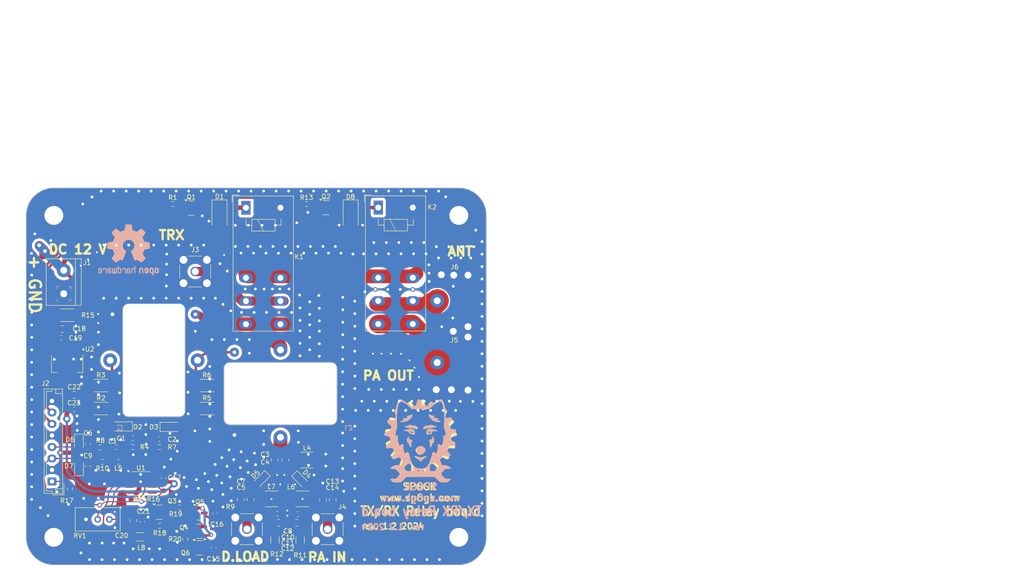
<source format=kicad_pcb>
(kicad_pcb (version 20240108) (generator "pcbnew") (generator_version "8.0")
  (title_block (title "Power amplifier TX/RX relay board") (date "2024-09-05") (rev "1.2") (company "SP6GK"))
  (layers (0 "F.Cu" signal) (31 "B.Cu" signal) (34 "B.Paste" user) (35 "F.Paste" user) (36 "B.SilkS" user "B.Silkscreen") (37 "F.SilkS" user "F.Silkscreen") (38 "B.Mask" user) (39 "F.Mask" user) (44 "Edge.Cuts" user))
  (net 0 "")
  (net 1 "GND")
  (net 2 "+5V")
  (net 3 "Net-(D2-K)")
  (net 4 "Net-(D3-K)")
  (net 5 "Net-(D4-K)")
  (net 6 "Net-(D5-A)")
  (net 7 "Net-(C11-Pad1)")
  (net 8 "Net-(U2-VI)")
  (net 9 "Net-(D4-A)")
  (net 10 "Net-(J4-In)")
  (net 11 "~{Bias}")
  (net 12 "Bias")
  (net 13 "+12V")
  (net 14 "Net-(D1-K)")
  (net 15 "Net-(D2-A)")
  (net 16 "Net-(D3-A)")
  (net 17 "Net-(D8-K)")
  (net 18 "HIGH_PWR_IN")
  (net 19 "REF_PWR")
  (net 20 "FWD_PWR")
  (net 21 "Rel1")
  (net 22 "Net-(J3-In)")
  (net 23 "Net-(J5-In)")
  (net 24 "Net-(J6-In)")
  (net 25 "Net-(K1-Pad12)")
  (net 26 "Net-(K1-Pad14)")
  (net 27 "Net-(Q1-B)")
  (net 28 "Net-(Q3-B)")
  (net 29 "Net-(Q2-B)")
  (net 30 "Net-(L3-Pad2)")
  (net 31 "Net-(L5-Pad2)")
  (net 32 "Net-(R14-Pad2)")
  (net 33 "Net-(Q3-C)")
  (net 34 "Net-(R16-Pad2)")
  (net 35 "Net-(U1--)")
  (net 36 "Rel2")
  (net 37 "Net-(C3-Pad1)")
  (net 38 "Net-(C5-Pad2)")
  (net 39 "Net-(C10-Pad1)")
  (net 40 "Net-(Q4-E)")
  (net 41 "Net-(Q4-C)")
  (net 42 "Net-(Q4-B)")
  (footprint "Diode_SMD:D_0805_2012Metric_Pad1.15x1.40mm_HandSolder" (layer "F.Cu") (at 76.454 113.4364 -90)
    (property "Reference" "D6")
    (property "Value" "D_TVS")
  )
  (footprint "Inductor_SMD:L_0603_1608Metric_Pad1.05x0.95mm_HandSolder" (layer "F.Cu") (at 85.0138 117.5598 180)
    (property "Reference" "L5")
    (property "Value" "1uH")
  )
  (footprint "Relay_THT:Relay_SPDT_Schrack-RT1-16A-FormC_RM5mm" (layer "F.Cu") (at 112.75 62.3228 -90)
    (property "Reference" "K1")
    (property "Value" "RT314A05")
  )
  (footprint "Resistor_SMD:R_0603_1608Metric_Pad0.98x0.95mm_HandSolder" (layer "F.Cu") (at 94.886 124.7885 90)
    (property "Reference" "R16")
    (property "Value" "1k")
  )
  (footprint "Resistor_SMD:R_0603_1608Metric_Pad0.98x0.95mm_HandSolder" (layer "F.Cu") (at 81.5594 117.5852 180)
    (property "Reference" "R10")
    (property "Value" "100")
  )
  (footprint "Capacitor_SMD:C_0805_2012Metric_Pad1.18x1.45mm_HandSolder" (layer "F.Cu") (at 88.282 130.35 90)
    (property "Reference" "C20")
    (property "Value" "1u")
  )
  (footprint "Capacitor_SMD:C_0603_1608Metric_Pad1.08x0.95mm_HandSolder" (layer "F.Cu") (at 119.568808 128.826746)
    (property "Reference" "C10")
    (property "Value" "100n")
  )
  (footprint "logo" (layer "F.Cu") (at 150.549159 113.025)
    (property "Reference" "G***" (hide yes))
    (property "Value" "LOGO" (hide yes))
  )
  (footprint "Package_TO_SOT_SMD:SOT-223-3_TabPin2" (layer "F.Cu") (at 73.9 96.25 -90)
    (property "Reference" "U2")
    (property "Value" "AMS1117-5.0")
  )
  (footprint "Resistor_SMD:R_0603_1608Metric_Pad0.98x0.95mm_HandSolder" (layer "F.Cu") (at 88.138 114.3762)
    (property "Reference" "R4")
    (property "Value" "10k")
  )
  (footprint "Package_TO_SOT_SMD:SOT-23" (layer "F.Cu") (at 102.6375 132.7 180)
    (property "Reference" "Q4")
    (property "Value" "BC807")
  )
  (footprint "Relay_THT:Relay_SPDT_Schrack-RT1-16A-FormC_RM5mm" (layer "F.Cu") (at 141.5 62.29 -90)
    (property "Reference" "K2")
    (property "Value" "RT314A05")
  )
  (footprint "Package_TO_SOT_SMD:SOT-23" (layer "F.Cu") (at 100.8625 62.4)
    (property "Reference" "Q1")
    (property "Value" "BC807")
  )
  (footprint "Capacitor_SMD:C_0603_1608Metric_Pad1.08x0.95mm_HandSolder" (layer "F.Cu") (at 88.138 112.4204)
    (property "Reference" "C1")
    (property "Value" "100n")
  )
  (footprint "Capacitor_SMD:C_0805_2012Metric_Pad1.18x1.45mm_HandSolder" (layer "F.Cu") (at 131.6 125.8 -90)
    (property "Reference" "C14")
    (property "Value" "22n")
  )
  (footprint "TerminalBlock:TerminalBlock_bornier-2_P5.08mm" (layer "F.Cu") (at 73.152 81.026 90)
    (property "Reference" "J1")
    (property "Value" "Screw_Terminal_01x02")
  )
  (footprint "Inductor_SMD:L_1812_4532Metric_Pad1.30x3.40mm_HandSolder" (layer "F.Cu") (at 118.298808 125.651746)
    (property "Reference" "L7")
    (property "Value" "1mH")
  )
  (footprint "Resistor_SMD:R_1206_3216Metric_Pad1.30x1.75mm_HandSolder" (layer "F.Cu") (at 124.521808 134.62 -90)
    (property "Reference" "R11")
    (property "Value" "510")
  )
  (footprint "Capacitor_SMD:C_0603_1608Metric_Pad1.08x0.95mm_HandSolder" (layer "F.Cu") (at 94.886 121.1055 90)
    (property "Reference" "C17")
    (property "Value" "100n")
  )
  (footprint "Capacitor_SMD:C_0603_1608Metric_Pad1.08x0.95mm_HandSolder" (layer "F.Cu") (at 72.6085 90.605)
    (property "Reference" "C19")
    (property "Value" "100n")
  )
  (footprint "Inductor_SMD:L_1812_4532Metric_Pad1.30x3.40mm_HandSolder" (layer "F.Cu") (at 126 117.1995)
    (property "Reference" "L4")
    (property "Value" "1mH")
  )
  (footprint "Resistor_SMD:R_0603_1608Metric_Pad0.98x0.95mm_HandSolder" (layer "F.Cu") (at 93.997 131.493)
    (property "Reference" "R18")
    (property "Value" "1k")
  )
  (footprint "Capacitor_SMD:C_0603_1608Metric_Pad1.08x0.95mm_HandSolder" (layer "F.Cu") (at 124.013808 128.953746 180)
    (property "Reference" "C8")
    (property "Value" "100n")
  )
  (footprint "Capacitor_SMD:C_0603_1608Metric_Pad1.08x0.95mm_HandSolder" (layer "F.Cu") (at 75.4 106.2)
    (property "Reference" "C23")
    (property "Value" "100n")
  )
  (footprint "Resistor_SMD:R_0603_1608Metric_Pad0.98x0.95mm_HandSolder" (layer "F.Cu") (at 96.839 61.534)
    (property "Reference" "R1")
    (property "Value" "10k")
  )
  (footprint "Diode_SMD:D_SOD-123F" (layer "F.Cu") (at 85.9 109.9 180)
    (property "Reference" "D2")
    (property "Value" "1N4148")
  )
  (footprint "Resistor_SMD:R_0603_1608Metric_Pad0.98x0.95mm_HandSolder" (layer "F.Cu") (at 98.35 127.525 180)
    (property "Reference" "R19")
    (property "Value" "1k")
  )
  (footprint "Capacitor_SMD:C_0603_1608Metric_Pad1.08x0.95mm_HandSolder" (layer "F.Cu") (at 90.187 130.604 90)
    (property "Reference" "C21")
    (property "Value" "100n")
  )
  (footprint "Diode_SMD:D_SMA" (layer "F.Cu") (at 107 64.135 -90)
    (property "Reference" "D1")
    (property "Value" "1N4007")
  )
  (footprint "Package_TO_SOT_SMD:SOT-23" (layer "F.Cu") (at 102.7625 128.7)
    (property "Reference" "Q5")
    (property "Value" "BC807")
  )
  (footprint "Capacitor_SMD:C_0805_2012Metric_Pad1.18x1.45mm_HandSolder" (layer "F.Cu") (at 121.319377 117.171123 -90)
    (property "Reference" "C3")
    (property "Value" "22n")
  )
  (footprint "Capacitor_SMD:C_0805_2012Metric_Pad1.18x1.45mm_HandSolder" (layer "F.Cu") (at 113.75 125.8 -90)
    (property "Reference" "C5")
    (property "Value" "22n")
  )
  (footprint "Capacitor_SMD:C_0805_2012Metric_Pad1.18x1.45mm_HandSolder" (layer "F.Cu") (at 119.801308 130.858746)
    (property "Reference" "C12")
    (property "Value" "1u")
  )
  (footprint "Diode_SMD:D_SOD-323_HandSoldering" (layer "F.Cu") (at 124.7 121.55 -45)
    (property "Reference" "D4")
    (property "Value" "BAP64")
  )
  (footprint "Capacitor_SMD:C_0805_2012Metric_Pad1.18x1.45mm_HandSolder" (layer "F.Cu") (at 72.8625 88.7)
    (property "Reference" "C18")
    (property "Value" "10u")
  )
  (footprint "Diode_SMD:D_0805_2012Metric_Pad1.15x1.40mm_HandSolder" (layer "F.Cu") (at 76.4794 118.7536 90)
    (property "Reference" "D7")
    (property "Value" "D_TVS")
  )
  (footprint "Package_TO_SOT_SMD:SOT-23" (layer "F.Cu") (at 93.9375 128.55)
    (property "Reference" "Q3")
    (property "Value" "BC846")
  )
  (footprint "Connector_Coaxial:SMA_Amphenol_901-144_Vertical" (layer "F.Cu") (at 130.490808 132.2325 -90)
    (property "Reference" "J4")
    (property "Value" "IN_RF_Deck")
  )
  (footprint "Resistor_SMD:R_0603_1608Metric_Pad0.98x0.95mm_HandSolder" (layer "F.Cu") (at 99.585 134.414 90)
    (property "Reference" "R20")
    (property "Value" "10k")
  )
  (footprint "Capacitor_SMD:C_0805_2012Metric_Pad1.18x1.45mm_HandSolder" (layer "F.Cu") (at 119 117.1995 -90)
    (property "Reference" "C4")
    (property "Value" "100n")
  )
  (footprint "Resistor_SMD:R_2010_5025Metric_Pad1.40x2.65mm_HandSolder" (layer "F.Cu") (at 104.25 101)
    (property "Reference" "R6")
    (property "Value" "100")
  )
  (footprint "Capacitor_SMD:C_0603_1608Metric_Pad1.08x0.95mm_HandSolder" (layer "F.Cu") (at 78.3844 118.5504 -90)
    (property "Reference" "C9")
    (property "Value" "100n")
  )
  (footprint "Inductor_SMD:L_1812_4532Metric_Pad1.30x3.40mm_HandSolder" (layer "F.Cu") (at 125.05 125.65)
    (property "Reference" "L6")
    (property "Value" "1mH")
  )
  (footprint "Resistor_SMD:R_0603_1608Metric_Pad0.98x0.95mm_HandSolder" (layer "F.Cu") (at 125.9125 61.534)
    (property "Reference" "R13")
    (property "Value" "10k")
  )
  (footprint "Capacitor_SMD:C_0805_2012Metric_Pad1.18x1.45mm_HandSolder" (layer "F.Cu") (at 123.759808 130.858746 180)
    (property "Reference" "C11")
    (property "Value" "1u")
  )
  (footprint "Inductor_SMD:L_0603_1608Metric_Pad1.05x0.95mm_HandSolder" (layer "F.Cu") (at 84.6074 114.4016 180)
    (property "Reference" "L3")
    (property "Value" "1uH")
  )
  (footprint "Package_TO_SOT_SMD:SOT-23" (layer "F.Cu") (at 102.6625 136.3)
    (property "Reference" "Q6")
    (property "Value" "BC807")
  )
  (footprint "Capacitor_SMD:C_0805_2012Metric_Pad1.18x1.45mm_HandSolder" (layer "F.Cu") (at 111.65 125.8 -90)
    (property "Reference" "C7")
    (property "Value" "100n")
  )
  (footprint "Package_TO_SOT_SMD:SOT-23" (layer "F.Cu") (at 130.1625 62.3)
    (property "Reference" "Q2")
    (property "Value" "BC807")
  )
  (footprint "Diode_SMD:D_SOD-123F" (layer "F.Cu") (at 96.3 110)
    (property "Reference" "D3")
    (property "Value" "1N4148")
  )
  (footprint "Resistor_SMD:R_2010_5025Metric_Pad1.40x2.65mm_HandSolder" (layer "F.Cu") (at 81.25 106)
    (property "Reference" "R2")
    (property "Value" "100")
  )
  (footprint "Capacitor_SMD:C_0603_1608Metric_Pad1.08x0.95mm_HandSolder" (layer "F.Cu") (at 93.9546 112.5982 180)
    (property "Reference" "C2")
    (property "Value" "100n")
  )
  (footprint "Inductor_SMD:L_1206_3216Metric" (layer "F.Cu") (at 89.806 133.906)
    (property "Reference" "L8")
    (property "Value" "100uH")
  )
  (footprint "Capacitor_SMD:C_0805_2012Metric_Pad1.18x1.45mm_HandSolder" (layer "F.Cu") (at 75.438 103)
    (property "Reference" "C22")
    (property "Value" "10u")
  )
  (footprint "TXRX_rel_lib:Coax_solder" (layer "F.Cu") (at 158 96 180)
    (property "Reference" "J5")
    (property "Value" "OUT_RF_Deck")
  )
  (footprint "Diode_SMD:D_SOD-323_HandSoldering" (layer "F.Cu") (at 116 121.5 -135)
    (property "Reference" "D5")
    (property "Value" "BAP64")
  )
  (footprint "Capacitor_SMD:C_0603_1608Metric_Pad1.08x0.95mm_HandSolder" (layer "F.Cu") (at 106.062 128.826 90)
    (property "Reference" "C16")
    (property "Value" "100n")
  )
  (footprint "Resistor_SMD:R_2010_5025Metric_Pad1.40x2.65mm_HandSolder" (layer "F.Cu") (at 81.25 101)
    (property "Reference" "R3")
    (property "Value" "100")
  )
  (footprint "Resistor_SMD:R_0603_1608Metric_Pad0.98x0.95mm_HandSolder" (layer "F.Cu") (at 74.5 123.5 -90)
    (property "Reference" "R17")
    (property "Value" "1k")
  )
  (footprint "Diode_SMD:D_SMA" (layer "F.Cu") (at 135.5 64.135 -90)
    (property "Reference" "D8")
    (property "Value" "1N4007")
  )
  (footprint "Capacitor_SMD:C_0603_1608Metric_Pad1.08x0.95mm_HandSolder" (layer "F.Cu") (at 105.727 136.25 -90)
    (property "Reference" "C15")
    (property "Value" "100n")
  )
  (footprint "Capacitor_SMD:C_0603_1608Metric_Pad1.08x0.95mm_HandSolder" (layer "F.Cu") (at 78.4352 113.6142 90)
    (property "Reference" "C6")
    (property "Value" "100n")
  )
  (footprint "Capacitor_SMD:C_0805_2012Metric_Pad1.18x1.45mm_HandSolder" (layer "F.Cu") (at 129.5 125.814848 -90)
    (property "Reference" "C13")
    (property "Value" "100n")
  )
  (footprint "Connector_JST:JST_EH_B8B-EH-A_1x08_P2.50mm_Vertical" (layer "F.Cu") (at 70.6 121.85 90)
    (property "Reference" "J2")
    (property "Value" "Conn_01x08")
  )
  (footprint "Connector_Coaxial:SMA_Amphenol_901-144_Vertical" (layer "F.Cu") (at 101.727 76.2)
    (property "Reference" "J3")
    (property "Value" "IN")
  )
  (footprint "Potentiometer_THT:Potentiometer_Bourns_3296W_Vertical" (layer "F.Cu") (at 83.075 130.096)
    (property "Reference" "RV1")
    (property "Value" "10k")
  )
  (footprint "Resistor_SMD:R_2010_5025Metric_Pad1.40x2.65mm_HandSolder" (layer "F.Cu") (at 104.25 106)
    (property "Reference" "R5")
    (property "Value" "100")
  )
  (footprint "Connector_Coaxial:SMA_Amphenol_901-144_Vertical" (layer "F.Cu") (at 112.969808 132.2325)
    (property "Reference" "R9")
    (property "Value" "50")
  )
  (footprint "TXRX_rel_lib:Coax_solder" (layer "F.Cu") (at 158 82.55 180)
    (property "Reference" "J6")
    (property "Value" "OUT")
  )
  (footprint "Resistor_SMD:R_2010_5025Metric_Pad1.40x2.65mm_HandSolder" (layer "F.Cu") (at 73.9 85.7 180)
    (property "Reference" "R15")
    (property "Value" "10")
  )
  (footprint "Resistor_SMD:R_0603_1608Metric_Pad0.98x0.95mm_HandSolder" (layer "F.Cu") (at 93.98 114.3762 180)
    (property "Reference" "R7")
    (property "Value" "10k")
  )
  (footprint "Package_SO:SOIC-8_3.9x4.9mm_P1.27mm" (layer "F.Cu") (at 89.925 122.295)
    (property "Reference" "U1")
    (property "Value" "OP07")
  )
  (footprint "Resistor_SMD:R_0603_1608Metric_Pad0.98x0.95mm_HandSolder" (layer "F.Cu") (at 87.7316 126.746 -90)
    (property "Reference" "R14")
    (property "Value" "1k")
  )
  (footprint "Resistor_SMD:R_1206_3216Metric_Pad1.30x1.75mm_HandSolder" (layer "F.Cu") (at 119.060808 134.541746 -90)
    (property "Reference" "R12")
    (property "Value" "510")
  )
  (footprint "Resistor_SMD:R_0603_1608Metric_Pad0.98x0.95mm_HandSolder" (layer "F.Cu") (at 81.0768 114.427 180)
    (property "Reference" "R8")
    (property "Value" "100")
  )
  (footprint "Symbol:OSHW-Logo2_14.6x12mm_SilkScreen" (layer "B.Cu") (at 87.25 71.5 180)
    (property "Reference" "OSHW" (hide yes))
    (property "Value" "OSHW-Logo2_14.6x12mm_SilkScreen" (hide yes))
  )
  (footprint "TXRX_rel_lib:FT82_trafo" (layer "B.Cu") (at 120.25 102.75)
    (property "Reference" "L2")
    (property "Value" "L_Ferrite_Coupled")
    (fp_line (start -12.25 5.5) (end -12.25 -5.5) (stroke (width 0.12)) (layer "Edge.Cuts"))
    (fp_line (start -11 -6.75) (end 11 -6.75) (stroke (width 0.12)) (layer "Edge.Cuts"))
    (fp_line (start 11 6.75) (end -11 6.75) (stroke (width 0.12)) (layer "Edge.Cuts"))
    (fp_line (start 12.25 -5.5) (end 12.25 5.5) (stroke (width 0.12)) (layer "Edge.Cuts"))
    (fp_arc (start -12.25 -5.5) (mid -11.883883 -6.383883) (end -11 -6.75) (stroke (width 0.12)) (layer "Edge.Cuts"))
    (fp_arc (start -11 6.75) (mid -11.883883 6.383883) (end -12.25 5.5) (stroke (width 0.12)) (layer "Edge.Cuts"))
    (fp_arc (start 11 -6.75) (mid 11.883883 -6.383883) (end 12.25 -5.5) (stroke (width 0.12)) (layer "Edge.Cuts"))
    (fp_arc (start 12.25 5.5) (mid 11.883883 6.383883) (end 11 6.75) (stroke (width 0.12)) (layer "Edge.Cuts"))
  )
  (footprint "logo" (layer "B.Cu") (at 150.85 113 180)
    (property "Reference" "G***" (hide yes))
    (property "Value" "LOGO" (hide yes))
  )
  (footprint "TXRX_rel_lib:FT82_trafo" (layer "B.Cu") (at 92.75 95.5 -90)
    (property "Reference" "L1")
    (property "Value" "L_Ferrite_Coupled")
    (fp_line (start 11 6.75) (end -11 6.75) (stroke (width 0.12)) (layer "Edge.Cuts"))
    (fp_line (start -12.25 5.5) (end -12.25 -5.5) (stroke (width 0.12)) (layer "Edge.Cuts"))
    (fp_line (start 12.25 -5.5) (end 12.25 5.5) (stroke (width 0.12)) (layer "Edge.Cuts"))
    (fp_line (start -11 -6.75) (end 11 -6.75) (stroke (width 0.12)) (layer "Edge.Cuts"))
    (fp_arc (start -11 6.75) (mid -11.883883 6.383883) (end -12.25 5.5) (stroke (width 0.12)) (layer "Edge.Cuts"))
    (fp_arc (start 12.25 5.5) (mid 11.883883 6.383883) (end 11 6.75) (stroke (width 0.12)) (layer "Edge.Cuts"))
    (fp_arc (start -12.25 -5.5) (mid -11.883883 -6.383883) (end -11 -6.75) (stroke (width 0.12)) (layer "Edge.Cuts"))
    (fp_arc (start 11 -6.75) (mid 11.883883 -6.383883) (end 12.25 -5.5) (stroke (width 0.12)) (layer "Edge.Cuts"))
  )
  (gr_arc (start 165 134) (mid 163.242641 138.242641) (end 159 140) (stroke (width 0.1)) (layer "Edge.Cuts"))
  (gr_line (start 65 64) (end 65 134) (stroke (width 0.1)) (layer "Edge.Cuts"))
  (gr_arc (start 65 64) (mid 66.757359 59.757359) (end 71 58) (stroke (width 0.1)) (layer "Edge.Cuts"))
  (gr_line (start 159 58) (end 71 58) (stroke (width 0.1)) (layer "Edge.Cuts"))
  (gr_arc (start 159 58) (mid 163.242641 59.757359) (end 165 64) (stroke (width 0.1)) (layer "Edge.Cuts"))
  (gr_line (start 165 134) (end 165 64) (stroke (width 0.1)) (layer "Edge.Cuts"))
  (gr_line (start 71 140) (end 159 140) (stroke (width 0.1)) (layer "Edge.Cuts"))
  (gr_arc (start 71 140) (mid 66.757359 138.242641) (end 65 134) (stroke (width 0.1)) (layer "Edge.Cuts"))
  (gr_text "SP6GK\nwww.sp6gk.com\n" (at 150.7 126.275 0) (layer "B.SilkS") (effects (font (size 1.5 1.5) (thickness 0.3) (bold yes)) (justify bottom mirror)))
  (gr_text "rev. 1.2 2024" (at 151.675 132.5 0) (layer "B.SilkS") (effects (font (size 1.3 1.3) (thickness 0.3) (bold yes)) (justify left bottom mirror)))
  (gr_text "TX/RX Relay board" (at 164.175 129.5 0) (layer "B.SilkS") (effects (font (size 2 1.8) (thickness 0.4) (bold yes)) (justify left bottom mirror)))
  (gr_text "SP6GK\nwww.sp6gk.com\n" (at 150.5 126.275 0) (layer "F.SilkS") (effects (font (size 1.5 1.5) (thickness 0.3) (bold yes)) (justify bottom)))
  (gr_text "DC 12 V" (at 76.2 72.55 0) (layer "F.SilkS") (effects (font (size 2 2) (thickness 0.5) (bold yes)) (justify bottom)))
  (gr_text "PA OUT" (at 143.7 100 0) (layer "F.SilkS") (effects (font (size 2 2) (thickness 0.5) (bold yes)) (justify bottom)))
  (gr_text "TRX" (at 96.6 69.45 0) (layer "F.SilkS") (effects (font (size 2 2) (thickness 0.5) (bold yes)) (justify bottom)))
  (gr_text "PA IN" (at 130.4 139.5 0) (layer "F.SilkS") (effects (font (size 2 2) (thickness 0.5) (bold yes)) (justify bottom)))
  (gr_text "ANT" (at 159.3 73 0) (layer "F.SilkS") (effects (font (size 2 2) (thickness 0.5) (bold yes)) (justify bottom)))
  (gr_text "+ GND" (at 65.405 78.9686 270) (layer "F.SilkS") (effects (font (size 2.5 2.5) (thickness 0.5) (bold yes)) (justify bottom)))
  (gr_text "TX/RX Relay board" (at 137.375 129.5 0) (layer "F.SilkS") (effects (font (size 2 1.8) (thickness 0.4) (bold yes)) (justify left bottom)))
  (gr_text "rev. 1.2 2024" (at 137.7 132.35 0) (layer "F.SilkS") (effects (font (size 1.3 1.3) (thickness 0.3) (bold yes)) (justify left bottom)))
  (gr_text "D.LOAD" (at 112.6 139.4 0) (layer "F.SilkS") (effects (font (size 2 2) (thickness 0.5) (bold yes)) (justify bottom)))
  (via (at 132.886266 58.7) (size 1) (drill 0.6) (layers "F.Cu" "B.Cu") (net 1))
  (via (at 98.134314 70.45) (size 1) (drill 0.6) (layers "F.Cu" "B.Cu") (net 1))
  (via (at 164.05 123.9) (size 1) (drill 0.6) (layers "F.Cu" "B.Cu") (net 1))
  (via (at 87.27157 82) (size 1) (drill 0.6) (layers "F.Cu" "B.Cu") (net 1))
  (via (at 113.180396 70.75) (size 1) (drill 0.6) (layers "F.Cu" "B.Cu") (net 1))
  (via (at 84 135.25) (size 1) (drill 0.6) (layers "F.Cu" "B.Cu") (net 1))
  (via (at 66.2 123.04) (size 1) (drill 0.6) (layers "F.Cu" "B.Cu") (net 1))
  (via (at 95.5 76.9) (size 1) (drill 0.6) (layers "F.Cu" "B.Cu") (net 1))
  (via (at 96.4184 117.0178) (size 1) (drill 0.6) (layers "F.Cu" "B.Cu") (net 1))
  (via (at 66.2 90.52) (size 1) (drill 0.6) (layers "F.Cu" "B.Cu") (net 1))
  (via (at 149 80.1) (size 1) (drill 0.6) (layers "F.Cu" "B.Cu") (net 1))
  (via (at 86.913734 138.85) (size 1) (drill 0.6) (layers "F.Cu" "B.Cu") (net 1))
  (via (at 164.05 91.38) (size 1) (drill 0.6) (layers "F.Cu" "B.Cu") (net 1))
  (via (at 139.440198 101.85) (size 1) (drill 0.6) (layers "F.Cu" "B.Cu") (net 1))
  (via (at 126.6 87.784314) (size 1) (drill 0.6) (layers "F.Cu" "B.Cu") (net 1))
  (via (at 143.94314 138.85) (size 1) (drill 0.6) (layers "F.Cu" "B.Cu") (net 1))
  (via (at 128.7 86.915686) (size 1) (drill 0.6) (layers "F.Cu" "B.Cu") (net 1))
  (via (at 97.6 124.7) (size 1) (drill 0.6) (layers "F.Cu" "B.Cu") (net 1))
  (via (at 102 121.484314) (size 1) (drill 0.6) (layers "F.Cu" "B.Cu") (net 1))
  (via (at 80.7 102.962744) (size 1) (drill 0.6) (layers "F.Cu" "B.Cu") (net 1))
  (via (at 157.7 86.3) (size 1) (drill 0.6) (layers "F.Cu" "B.Cu") (net 1))
  (via (at 77.0636 116.1034) (size 1) (drill 0.6) (layers "F.Cu" "B.Cu") (net 1))
  (via (at 164.05 104.93) (size 1) (drill 0.6) (layers "F.Cu" "B.Cu") (net 1))
  (via (at 121.75 129.3) (size 0.8) (drill 0.4) (layers "F.Cu" "B.Cu") (net 1))
  (via (at 136.4 82.65) (size 1) (drill 0.6) (layers "F.Cu" "B.Cu") (net 1))
  (via (at 79.2 94.784314) (size 1) (drill 0.6) (layers "F.Cu" "B.Cu") (net 1))
  (via (at 133.8 84.515686) (size 1) (drill 0.6) (layers "F.Cu" "B.Cu") (net 1))
  (via (at 140.640198 104.4) (size 1) (drill 0.6) (layers "F.Cu" "B.Cu") (net 1))
  (via (at 102.43 123.34) (size 1) (drill 0.6) (layers "F.Cu" "B.Cu") (net 1))
  (via (at 133.75 116.75) (size 1) (drill 0.6) (layers "F.Cu" "B.Cu") (net 1))
  (via (at 100.15 102.45) (size 1) (drill 0.6) (layers "F.Cu" "B.Cu") (net 1))
  (via (at 85.3 102.6) (size 1) (drill 0.6) (layers "F.Cu" "B.Cu") (net 1))
  (via (at 146.464696 58.7) (size 1) (drill 0.6) (layers "F.Cu" "B.Cu") (net 1))
  (via (at 162.265686 70.8) (size 1) (drill 0.6) (layers "F.Cu" "B.Cu") (net 1))
  (via (at 110.45 66.15) (size 1) (drill 0.6) (layers "F.Cu" "B.Cu") (net 1))
  (via (at 110.46471 70.75) (size 1) (drill 0.6) (layers "F.Cu" "B.Cu") (net 1))
  (via (at 108.7 76.1) (size 1) (drill 0.6) (layers "F.Cu" "B.Cu") (net 1))
  (via (at 144.87157 101.85) (size 1) (drill 0.6) (layers "F.Cu" "B.Cu") (net 1))
  (via (at 80.7 89.384314) (size 1) (drill 0.6) (layers "F.Cu" "B.Cu") (net 1))
  (via (at 106.1 82) (size 1) (drill 0.6) (layers "F.Cu" "B.Cu") (net 1))
  (via (at 117.105884 72.2) (size 1) (drill 0.6) (layers "F.Cu" "B.Cu") (net 1))
  (via (at 136.4 120.697058) (size 1) (drill 0.6) (layers "F.Cu" "B.Cu") (net 1))
  (via (at 164.05 126.61) (size 1) (drill 0.6) (layers "F.Cu" "B.Cu") (net 1))
  (via (at 133.75 103.418628) (size 1) (drill 0.6) (layers "F.Cu" "B.Cu") (net 1))
  (via (at 113.5 93.95) (size 1) (drill 0.6) (layers "F.Cu" "B.Cu") (net 1))
  (via (at 89.987256 82) (size 1) (drill 0.6) (layers "F.Cu" "B.Cu") (net 1))
  (via (at 136.4 131.559802) (size 1) (drill 0.6) (layers "F.Cu" "B.Cu") (net 1))
  (via (at 124.1 110.85) (size 1) (drill 0.6) (layers "F.Cu" "B.Cu") (net 1))
  (via (at 114.505884 85.1) (size 1) (drill 0.6) (layers "F.Cu" "B.Cu") (net 1))
  (via (at 124.4 81.315686) (size 1) (drill 0.6) (layers "F.Cu" "B.Cu") (net 1))
  (via (at 133 66.1) (size 1) (drill 0.6) (layers "F.Cu" "B.Cu") (net 1))
  (via (at 91.75 136.5) (size 1) (drill 0.6) (layers "F.Cu" "B.Cu") (net 1))
  (via (at 66.2 74.26) (size 1) (drill 0.6) (layers "F.Cu" "B.Cu") (net 1))
  (via (at 136.4 109.834314) (size 1) (drill 0.6) (layers "F.Cu" "B.Cu") (net 1))
  (via (at 103.20785 138.85) (size 1) (drill 0.6) (layers "F.Cu" "B.Cu") (net 1))
  (via (at 113 117.4) (size 1) (drill 0.6) (layers "F.Cu" "B.Cu") (net 1))
  (via (at 146.284314 80.1) (size 1) (drill 0.6) (layers "F.Cu" "B.Cu") (net 1))
  (via (at 144.737256 106.4) (size 1) (drill 0.6) (layers "F.Cu" "B.Cu") (net 1))
  (via (at 118.611768 70.75) (size 1) (drill 0.6) (layers "F.Cu" "B.Cu") (net 1))
  (via (at 97.7 132.7) (size 1) (drill 0.6) (layers "F.Cu" "B.Cu") (net 1))
  (via (at 127.968628 72.2) (size 1) (drill 0.6) (layers "F.Cu" "B.Cu") (net 1))
  (via (at 116.25 66.15) (size 1) (drill 0.6) (layers "F.Cu" "B.Cu") (net 1))
  (via (at 116.78628 138.85) (size 1) (drill 0.6) (layers "F.Cu" "B.Cu") (net 1))
  (via (at 94.996 118.745) (size 1) (drill 0.6) (layers "F.Cu" "B.Cu") (net 1))
  (via (at 164.05 113.06) (size 1) (drill 0.6) (layers "F.Cu" "B.Cu") (net 1))
  (via (at 78.75 135.25) (size 1) (drill 0.6) (layers "F.Cu" "B.Cu") (net 1))
  (via (at 77.4954 125.5268) (size 1) (drill 0.6) (layers "F.Cu" "B.Cu") (net 1))
  (via (at 80.7212 112.7506) (size 1) (drill 0.6) (layers "F.Cu" "B.Cu") (net 1))
  (via (at 115.896082 70.75) (size 1) (drill 0.6) (layers "F.Cu" "B.Cu") (net 1))
  (via (at 114.168628 138.8) (size 1) (drill 0.6) (layers "F.Cu" "B.Cu") (net 1))
  (via (at 126.6 82.8) (size 1) (drill 0.6) (layers "F.Cu" "B.Cu") (net 1))
  (via (at 128.7 94.615686) (size 1) (drill 0.6) (layers "F.Cu" "B.Cu") (net 1))
  (via (at 143.74901 58.7) (size 1) (drill 0.6) (layers "F.Cu" "B.Cu") (net 1))
  (via (at 126.6 93.215686) (size 1) (drill 0.6) (layers "F.Cu" "B.Cu") (net 1))
  (via (at 104.9 107.718628) (size 1) (drill 0.6) (layers "F.Cu" "B.Cu") (net 1))
  (via (at 97.4 120.1) (size 1) (drill 0.6) (layers "F.Cu" "B.Cu") (net 1))
  (via (at 80.65 87.4) (size 0.8) (drill 0.4) (layers "F.Cu" "B.Cu") (net 1))
  (via (at 135.601952 58.7) (size 1) (drill 0.6) (layers "F.Cu" "B.Cu") (net 1))
  (via (at 76.05 109.25) (size 1) (drill 0.6) (layers "F.Cu" "B.Cu") (net 1))
  (via (at 127.55 120.45) (size 1) (drill 0.6) (layers "F.Cu" "B.Cu") (net 1))
  (via (at 113.876464 58.7) (size 1) (drill 0.6) (layers "F.Cu" "B.Cu") (net 1))
  (via (at 66.2 79.68) (size 1) (drill 0.6) (layers "F.Cu" "B.Cu") (net 1))
  (via (at 122.023522 58.7) (size 1) (drill 0.6) (layers "F.Cu" "B.Cu") (net 1))
  (via (at 114.6 115.7) (size 1) (drill 0.6) (layers "F.Cu" "B.Cu") (net 1))
  (via (at 105.65 131.6) (size 1) (drill 0.6) (layers "F.Cu" "B.Cu") (net 1))
  (via (at 127.454894 58.7) (size 1) (drill 0.6) (layers "F.Cu" "B.Cu") (net 1))
  (via (at 71.1 95.3) (size 1) (drill 0.6) (layers "F.Cu" "B.Cu") (net 1))
  (via (at 70.35 69.45) (size 1) (drill 0.6) (layers "F.Cu" "B.Cu") (net 1))
  (via (at 124.5 86.831372) (size 1) (drill 0.6) (layers "F.Cu" "B.Cu") (net 1))
  (via (at 120.1 80) (size 1) (drill 0.6) (layers "F.Cu" "B.Cu") (net 1))
  (via (at 164.05 80.54) (size 1) (drill 0.6) (layers "F.Cu" "B.Cu") (net 1))
  (via (at 80.1116 119.4562) (size 1) (drill 0.6) (layers "F.Cu" "B.Cu") (net 1))
  (via (at 107.75 127.4) (size 1) (drill 0.6) (layers "F.Cu" "B.Cu") (net 1))
  (via (at 133.75 114.034314) (size 1) (drill 0.6) (layers "F.Cu" "B.Cu") (net 1))
  (via (at 109.55 126.05) (size 1) (drill 0.6) (layers "F.Cu" "B.Cu") (net 1))
  (via (at 100.298034 58.7) (size 1) (drill 0.6) (layers "F.Cu" "B.Cu") (net 1))
  (via (at 107.1 74.5) (size 1) (drill 0.6) (layers "F.Cu" "B.Cu") (net 1))
  (via (at 156.934314 104.4) (size 1) (drill 0.6) (layers "F.Cu" "B.Cu") (net 1))
  (via (at 149.180382 58.7) (size 1) (drill 0.6) (layers "F.Cu" "B.Cu") (net 1))
  (via (at 94.866662 58.7) (size 1) (drill 0.6) (layers "F.Cu" "B.Cu") (net 1))
  (via (at 74.2 126.85) (size 1) (drill 0.6) (layers "F.Cu" "B.Cu") (net 1))
  (via (at 91.2 127.95) (size 1) (drill 0.6) (layers "F.Cu" "B.Cu") (net 1))
  (via (at 92.702942 82) (size 1) (drill 0.6) (layers "F.Cu" "B.Cu") (net 1))
  (via (at 124.04314 70.75) (size 1) (drill 0.6) (layers "F.Cu" "B.Cu") (net 1))
  (via (at 89.8652 121.9) (size 1) (drill 0.6) (layers "F.Cu" "B.Cu") (net 1))
  (via (at 122.45 132.9) (size 0.8) (drill 0.4) (layers "F.Cu" "B.Cu") (net 1))
  (via (at 124.933338 138.85) (size 1) (drill 0.6) (layers "F.Cu" "B.Cu") (net 1))
  (via (at 80.7 92.1) (size 1) (drill 0.6) (layers "F.Cu" "B.Cu") (net 1))
  (via (at 88.265 116.0526) (size 1) (drill 0.6) (layers "F.Cu" "B.Cu") (net 1))
  (via (at 97.8408 113.0554) (size 1) (drill 0.6) (layers "F.Cu" "B.Cu") (net 1))
  (via (at 100.2 107.15) (size 1) (drill 0.6) (layers "F.Cu" "B.Cu") (net 1))
  (via (at 133.75 119.068628) (size 1) (drill 0.6) (layers "F.Cu" "B.Cu") (net 1))
  (via (at 107.5 122.184314) (size 1) (drill 0.6) (layers "F.Cu" "B.Cu") (net 1))
  (via (at 146.07157 104.4) (size 1) (drill 0.6) (layers "F.Cu" "B.Cu") (net 1))
  (via (at 95.418628 70.45) (size 1) (drill 0.6) (layers "F.Cu" "B.Cu") (net 1))
  (via (at 126.6 85.515686) (size 1) (drill 0.6) (layers "F.Cu" "B.Cu") (net 1))
  (via (at 161 77) (size 2) (drill 1.5) (layers "F.Cu" "B.Cu") (net 1))
  (via (at 133.75 97.987256) (size 1) (drill 0.6) (layers "F.Cu" "B.Cu") (net 1))
  (via (at 157.4 101.9) (size 2) (drill 1.5) (layers "F.Cu" "B.Cu") (net 1))
  (via (at 122.537256 72.2) (size 1) (drill 0.6) (layers "F.Cu" "B.Cu") (net 1))
  (via (at 111.790198 85.1) (size 1) (drill 0.6) (layers "F.Cu" "B.Cu") (net 1))
  (via (at 83.5406 112.7252) (size 1) (drill 0.6) (layers "F.Cu" "B.Cu") (net 1))
  (via (at 66.2 125.75) (size 1) (drill 0.6) (layers "F.Cu" "B.Cu") (net 1))
  (via (at 136.4 112.55) (size 1) (drill 0.6) (layers "F.Cu" "B.Cu") (net 1))
  (via (at 100.15 98.05) (size 1) (drill 0.6) (layers "F.Cu" "B.Cu") (net 1))
  (via (at 136.4 90.797058) (size 1) (drill 0.6) (layers "F.Cu" "B.Cu") (net 1))
  (via (at 162.7 67.2) (size 1) (drill 0.6) (layers "F.Cu" "B.Cu") (net 1))
  (via (at 111.160778 58.7) (size 1) (drill 0.6) (layers "F.Cu" "B.Cu") (net 1))
  (via (at 108.065686 91) (size 1) (drill 0.6) (layers "F.Cu" "B.Cu") (net 1))
  (via (at 133.75 121.784314) (size 1) (drill 0.6) (layers "F.Cu" "B.Cu") (net 1))
  (via (at 125.3 72.2) (size 1) (drill 0.6) (layers "F.Cu" "B.Cu") (net 1))
  (via (at 97.85 135.1) (size 1) (drill 0.6) (layers "F.Cu" "B.Cu") (net 1))
  (via (at 103.565686 82) (size 1) (drill 0.6) (layers "F.Cu" "B.Cu") (net 1))
  (via (at 128.7 91.9) (size 1) (drill 0.6) (layers "F.Cu" "B.Cu") (net 1))
  (via (at 84.2264 128.4732) (size 0.8) (drill 0.4) (layers "F.Cu" "B.Cu") (net 1))
  (via (at 109.45 84.75) (size 1) (drill 0.6) (layers "F.Cu" "B.Cu") (net 1))
  (via (at 66.2 87.81) (size 1) (drill 0.6) (layers "F.Cu" "B.Cu") (net 1))
  (via (at 117.22157 85.1) (size 1) (drill 0.6) (layers "F.Cu" "B.Cu") (net 1))
  (via (at 111.55 118.85) (size 1) (drill 0.6) (layers "F.Cu" "B.Cu") (net 1))
  (via (at 66.2 106.78) (size 1) (drill 0.6) (layers "F.Cu" "B.Cu") (net 1))
  (via (at 148.3 95.5) (size 0.8) (drill 0.4) (layers "F.Cu" "B.Cu") (net 1))
  (via (at 136.4 115.265686) (size 1) (drill 0.6) (layers "F.Cu" "B.Cu") (net 1))
  (via (at 133.8 81.8) (size 1) (drill 0.6) (layers "F.Cu" "B.Cu") (net 1))
  (via (at 164.05 96.8) (size 1) (drill 0.6) (layers "F.Cu" "B.Cu") (net 1))
  (via (at 142.2 94.05) (size 0.8) (drill 0.4) (layers "F.Cu" "B.Cu") (net 1))
  (via (at 137.924512 104.4) (size 1) (drill 0.6) (layers "F.Cu" "B.Cu") (net 1))
  (via (at 136.4 93.512744) (size 1) (drill 0.6) (layers "F.Cu" "B.Cu") (net 1))
  (via (at 146.658826 138.85) (size 1) (drill 0.6) (layers "F.Cu" "B.Cu") (net 1))
  (via (at 133.8 89.947058) (size 1) (drill 0.6) (layers "F.Cu" "B.Cu") (net 1))
  (via (at 130.17058 58.7) (size 1) (drill 0.6) (layers "F.Cu" "B.Cu") (net 1))
  (via (at 95.45 79.35) (size 1) (drill 0.6) (layers "F.Cu" "B.Cu") (net 1))
  (via (at 110.1 117.1) (size 1) (drill 0.6) (layers "F.Cu" "B.Cu") (net 1))
  (via (at 159 64) (size 6) (drill 4.1) (layers "F.Cu" "B.Cu") (net 1))
  (via (at 66.2 76.97) (size 1) (drill 0.6) (layers "F.Cu" "B.Cu") (net 1))
  (via (at 138.317638 58.7) (size 1) (drill 0.6) (layers "F.Cu" "B.Cu") (net 1))
  (via (at 89.62942 138.85) (size 1) (drill 0.6) (layers "F.Cu" "B.Cu") (net 1))
  (via (at 89.987256 70.45) (size 1) (drill 0.6) (layers "F.Cu" "B.Cu") (net 1))
  (via (at 124.739208 58.7) (size 1) (drill 0.6) (layers "F.Cu" "B.Cu") (net 1))
  (via (at 76.1 110.75) (size 1) (drill 0.6) (layers "F.Cu" "B.Cu") (net 1))
  (via (at 154.805884 138.85) (size 1) (drill 0.6) (layers "F.Cu" "B.Cu") (net 1))
  (via (at 98.134314 82) (size 1) (drill 0.6) (layers "F.Cu" "B.Cu") (net 1))
  (via (at 164.05 72.41) (size 1) (drill 0.6) (layers "F.Cu" "B.Cu") (net 1))
  (via (at 138.511768 138.85) (size 1) (drill 0.6) (layers "F.Cu" "B.Cu") (net 1))
  (via (at 136.590198 106.4) (size 1) (drill 0.6) (layers "F.Cu" "B.Cu") (net 1))
  (via (at 152.55 78.35) (size 1) (drill 0.6) (layers "F.Cu" "B.Cu") (net 1))
  (via (at 126.758826 70.75) (size 1) (drill 0.6) (layers "F.Cu" "B.Cu") (net 1))
  (via (at 77 100.6) (size 1) (drill 0.6) (layers "F.Cu" "B.Cu") (net 1))
  (via (at 133.75 111.318628) (size 1) (drill 0.6) (layers "F.Cu" "B.Cu") (net 1))
  (via (at 75.8 89.4) (size 1) (drill 0.6) (layers "F.Cu" "B.Cu") (net 1))
  (via (at 114.8 80) (size 1) (drill 0.6) (layers "F.Cu" "B.Cu") (net 1))
  (via (at 136.4 88.081372) (size 1) (drill 0.6) (layers "F.Cu" "B.Cu") (net 1))
  (via (at 147.587256 101.85) (size 1) (drill 0.6) (layers "F.Cu" "B.Cu") (net 1))
  (via (at 71 64) (size 6) (drill 4.1) (layers "F.Cu" "B.Cu") (net 1))
  (via (at 136.4 128.844116) (size 1) (drill 0.6) (layers "F.Cu" "B.Cu") (net 1))
  (via (at 104.7 65.25) (size 1) (drill 0.6) (layers "F.Cu" "B.Cu") (net 1))
  (via (at 80.7 111.109802) (size 1) (drill 0.6) (layers "F.Cu" "B.Cu") (net 1))
  (via (at 66.2 85.1) (size 1) (drill 0.6) (layers "F.Cu" "B.Cu") (net 1))
  (via (at 164.05 115.77) (size 1) (drill 0.6) (layers "F.Cu" "B.Cu") (net 1))
  (via (at 151.896068 58.7) (size 1) (drill 0.6) (layers "F.Cu" "B.Cu") (net 1))
  (via (at 104.9 110.434314) (size 1) (drill 0.6) (layers "F.Cu" "B.Cu") (net 1))
  (via (at 76.4 104.7) (size 1) (drill 0.6) (layers "F.Cu" "B.Cu") (net 1))
  (via (at 97.582348 58.7) (size 1) (drill 0.6) (layers "F.Cu" "B.Cu") (net 1))
  (via (at 98.34 126.2) (size 1) (drill 0.6) (layers "F.Cu" "B.Cu") (net 1))
  (via (at 85.4964 127.5334) (size 0.8) (drill 0.4) (layers "F.Cu" "B.Cu") (net 1))
  (via (at 127.649024 138.85) (size 1) (drill 0.6) (layers "F.Cu" "B.Cu") (net 1))
  (via (at 86.719604 58.7) (size 1) (drill 0.6) (layers "F.Cu" "B.Cu") (net 1))
  (via (at 86.25 135.25) (size 1) (drill 0.6) (layers "F.Cu" "B.Cu") (net 1))
  (via (at 116.6 110.85) (size 1) (drill 0.6) (layers "F.Cu" "B.Cu") (net 1))
  (via (at 152.55 76.55) (size 1) (drill 0.6) (layers "F.Cu" "B.Cu") (net 1))
  (via (at 84.003918 58.7) (size 1) (drill 0.6) (layers "F.Cu" "B.Cu") (net 1))
  (via (at 119.307836 58.7) (size 1) (drill 0.6) (layers "F.Cu" "B.Cu") (net 1))
  (via (at 84.198048 138.85) (size 1) (drill 0.6) (layers "F.Cu" "B.Cu") (net 1))
  (via (at 85.25 98.3) (size 1) (drill 0.6) (layers "F.Cu" "B.Cu") (net 1))
  (via (at 116.6 116.55) (size 1) (drill 0.6) (layers "F.Cu" "B.Cu") (net 1))
  (via (at 133.080396 138.85) (size 1) (drill 0.6) (layers "F.Cu" "B.Cu") (net 1))
  (via (at 140.540198 69.9) (size 1) (drill 0.6) (layers "F.Cu" "B.Cu") (net 1))
  (via (at 116.7 80) (size 1) (drill 0.6) (layers "F.Cu" "B.Cu") (net 1))
  (via (at 152.090198 138.85) (size 1) (drill 0.6) (layers "F.Cu" "B.Cu") (net 1))
  (via (at 133.75 108.85) (size 1) (drill 0.6) (layers "F.Cu" "B.Cu") (net 1))
  (via (at 116.59215 58.7) (size 1) (drill 0.6) (layers "F.Cu" "B.Cu") (net 1))
  (via (at 81.840198 82) (size 1) (drill 0.6) (layers "F.Cu" "B.Cu") (net 1))
  (via (at 71 134) (size 6) (drill 4.1) (layers "F.Cu" "B.Cu") (net 1))
  (via (at 109.1 115) (size 1) (drill 0.6) (layers "F.Cu" "B.Cu") (net 1))
  (via (at 66.2 120.33) (size 1) (drill 0.6) (layers "F.Cu" "B.Cu") (net 1))
  (via (at 77.3 61.5) (size 1) (drill 0.6) (layers "F.Cu" "B.Cu") (net 1))
  (via (at 108 72.6) (size 0.8) (drill 0.4) (layers "F.Cu" "B.Cu") (net 1))
  (via (at 105.923536 138.85) (size 1) (drill 0.6) (layers "F.Cu" "B.Cu") (net 1))
  (via (at 108.639222 138.85) (size 1) (drill 0.6) (layers "F.Cu" "B.Cu") (net 1))
  (via (at 66.2 98.65) (size 1) (drill 0.6) (layers "F.Cu" "B.Cu") (net 1))
  (via (at 140.35 94.05) (size 0.8) (drill 0.4) (layers "F.Cu" "B.Cu") (net 1))
  (via (at 143.568628 80.1) (size 1) (drill 0.6) (layers "F.Cu" "B.Cu") (net 1))
  (via (at 69.75 129.3) (size 1) (drill 0.6) (layers "F.Cu" "B.Cu") (net 1))
  (via (at 121.1 120.45) (size 0.8) (drill 0.4) (layers "F.Cu" "B.Cu") (net 1))
  (via (at 66.2 82.39) (size 1) (drill 0.6) (layers "F.Cu" "B.Cu") (net 1))
  (via (at 66.2 93.23) (size 1) (drill 0.6) (layers "F.Cu" "B.Cu") (net 1))
  (via (at 142.155884 101.85) (size 1) (drill 0.6) (layers "F.Cu" "B.Cu") (net 1))
  (via (at 136 72.4) (size 1) (drill 0.6) (layers "F.Cu" "B.Cu") (net 1))
  (via (at 141.033324 58.7) (size 1) (drill 0.6) (layers "F.Cu" "B.Cu") (net 1))
  (via (at 81.288232 58.7) (size 1) (drill 0.6) (layers "F.Cu" "B.Cu") (net 1))
  (via (at 143.255884 69.9) (size 1) (drill 0.6) (layers "F.Cu" "B.Cu") (net 1))
  (via (at 104.9 99.57157) (size 1) (drill 0.6) (layers "F.Cu" "B.Cu") (net 1))
  (via (at 132.190198 70.75) (size 1) (drill 0.6) (layers "F.Cu" "B.Cu") (net 1))
  (via (at 164.05 94.09) (size 1) (drill 0.6) (layers "F.Cu" "B.Cu") (net 1))
  (via (at 139.305884 106.4) (size 1) (drill 0.6) (layers "F.Cu" "B.Cu") (net 1))
  (via (at 121.05 134.3) (size 0.8) (drill 0.4) (layers "F.Cu" "B.Cu") (net 1))
  (via (at 100.85 70.45) (size 1) (drill 0.6) (layers "F.Cu" "B.Cu") (net 1))
  (via (at 123.8 65.6) (size 1) (drill 0.6) (layers "F.Cu" "B.Cu") (net 1))
  (via (at 71.7 124.1) (size 1) (drill 0.6) (layers "F.Cu" "B.Cu") (net 1))
  (via (at 91.5 129.6) (size 1) (drill 0.6) (layers "F.Cu" "B.Cu") (net 1))
  (via (at 130.1 118.5) (size 1) (drill 0.6) (layers "F.Cu" "B.Cu") (net 1))
  (via (at 119.55 120.45) (size 0.8) (drill 0.4) (layers "F.Cu" "B.Cu") (net 1))
  (via (at 80.7 108.394116) (size 1) (drill 0.6) (layers "F.Cu" "B.Cu") (net 1))
  (via (at 97.776478 138.85) (size 1) (drill 0.6) (layers "F.Cu" "B.Cu") (net 1))
  (via (at 155.2 76.9) (size 2) (drill 1.5) (layers "F.Cu" "B.Cu") (net 1))
  (via (at 119.82157 72.2) (size 1) (drill 0.6) (layers "F.Cu" "B.Cu") (net 1))
  (via (at 66.2 109.49) (size 1) (drill 0.6) (layers "F.Cu" "B.Cu") (net 1))
  (via (at 156.15 59.95) (size 1) (drill 0.6) (layers "F.Cu" "B.Cu") (net 1))
  (via (at 159.35 104.45) (size 1) (drill 0.6) (layers "F.Cu" "B.Cu") (net 1))
  (via (at 99.83 122.94) (size 1) (drill 0.6) (layers "F.Cu" "B.Cu") (net 1))
  (via (at 156.834314 70.8) (size 1) (drill 0.6) (layers "F.Cu" "B.Cu") (net 1))
  (via (at 146.45 94.1) (size 0.8) (drill 0.4) (layers "F.Cu" "B.Cu") (net 1))
  (via (at 81.482362 138.85) (size 1) (drill 0.6) (layers "F.Cu" "B.Cu") (net 1))
  (via (at 78.766676 138.85) (size 1) (drill 0.6) (layers "F.Cu" "B.Cu") (net 1))
  (via (at 128.6 81.4) (size 1) (drill 0.6) (layers "F.Cu" "B.Cu") (net 1))
  (via (at 164.05 77.83) (size 1) (drill 0.6) (layers "F.Cu" "B.Cu") (net 1))
  (via (at 154.611754 58.7) (size 1) (drill 0.6) (layers "F.Cu" "B.Cu") (net 1))
  (via (at 128.7 89.184314) (size 1) (drill 0.6) (layers "F.Cu" "B.Cu") (net 1))
  (via (at 121.1 132.9) (size 0.8) (drill 0.4) (layers "F.Cu" "B.Cu") (net 1))
  (via (at 81.5 135.25) (size 1) (drill 0.6) (layers "F.Cu" "B.Cu") (net 1))
  (via (at 89.9 127.95) (size 1) (drill 0.6) (layers "F.Cu" "B.Cu") (net 1))
  (via (at 126.35 118.35) (size 1) (drill 0.6) (layers "F.Cu" "B.Cu") (net 1))
  (via (at 97.8154 115.2652) (size 1) (drill 0.6) (layers "F.Cu" "B.Cu") (net 1))
  (via (at 85.15 107.2) (size 1) (drill 0.6) (layers "F.Cu" "B.Cu") (net 1))
  (via (at 161 88.2) (size 2) (drill 1.5) (layers "F.Cu" "B.Cu") (net 1))
  (via (at 130.36471 138.85) (size 1) (drill 0.6) (layers "F.Cu" "B.Cu") (net 1))
  (via (at 122.652942 85.1) (size 1) (drill 0.6) (layers "F.Cu" "B.Cu") (net 1))
  (via (at 141.227454 138.85) (size 1) (drill 0.6) (layers "F.Cu" "B.Cu") (net 1))
  (via (at 149.168628 72.35) (size 1) (drill 0.6) (layers "F.Cu" "B.Cu") (net 1))
  (via (at 78.486 111.3282) (size 1) (drill 0.6) (layers "F.Cu" "B.Cu") (net 1))
  (via (at 92.702942 70.45) (size 1) (drill 0.6) (layers "F.Cu" "B.Cu") (net 1))
  (via (at 80.7 100.247058) (size 1) (drill 0.6) (layers "F.Cu" "B.Cu") (net 1))
  (via (at 95.418628 82) (size 1) (drill 0.6) (layers "F.Cu" "B.Cu") (net 1))
  (via (at 77.05 99.1) (size 1) (drill 0.6) (layers "F.Cu" "B.Cu") (net 1))
  (via (at 84.555884 70.45) (size 1) (drill 0.6) (layers "F.Cu" "B.Cu") (net 1))
  (via (at 161 102) (size 2) (drill 1.5) (layers "F.Cu" "B.Cu") (net 1))
  (via (at 140.852942 80.1) (size 1) (drill 0.6) (layers "F.Cu" "B.Cu") (net 1))
  (via (at 123.45 122.5) (size 0.8) (drill 0.4) (layers "F.Cu" "B.Cu") (net 1))
  (via (at 88.25 136.5) (size 1) (drill 0.6) (layers "F.Cu" "B.Cu") (net 1))
  (via (at 104.6 121.884314) (size 1) (drill 0.6) (layers "F.Cu" "B.Cu") (net 1))
  (via (at 135.796082 138.85) (size 1) (drill 0.6) (layers "F.Cu" "B.Cu") (net 1))
  (via (at 87.27157 70.45) (size 1) (drill 0.6) (layers "F.Cu" "B.Cu") (net 1))
  (via (at 80.65 85.45) (size 0.8) (drill 0.4) (layers "F.Cu" "B.Cu") (net 1))
  (via (at 119.937256 85.1) (size 1) (drill 0.6) (layers "F.Cu" "B.Cu") (net 1))
  (via (at 82.9056 119.4562) (size 1) (drill 0.6) (layers "F.Cu" "B.Cu") (net 1))
  (via (at 136.4 126.12843) (size 1) (drill 0.6) (layers "F.Cu" "B.Cu") (net 1))
  (via (at 143.737256 72.35) (size 1) (drill 0.6) (layers "F.Cu" "B.Cu") (net 1))
  (via (at 114.390198 72.2) (size 1) (drill 0.6) (layers "F.Cu" "B.Cu") (net 1))
  (via (at 80.35 72) (size 0.8) (drill 0.4) (layers "F.Cu" "B.Cu") (net 1))
  (via (at 75.8 90.8) (size 1) (drill 0.6) (layers "F.Cu" "B.Cu") (net 1))
  (via (at 164.05 85.96) (size 1) (drill 0.6) (layers "F.Cu" "B.Cu") (net 1))
  (via (at 80.7 105.67843) (size 1) (drill 0.6) (layers "F.Cu" "B.Cu") (net 1))
  (via (at 81.840198 70.45) (size 1) (drill 0.6) (layers "F.Cu" "B.Cu") (net 1))
  (via (at 112.6 80) (size 1) (drill 0.6) (layers "F.Cu" "B.Cu") (net 1))
  (via (at 152.5 74.75) (size 1) (drill 0.6) (layers "F.Cu" "B.Cu") (net 1))
  (via (at 109.55 123.334314) (size 1) (drill 0.6) (layers "F.Cu" "B.Cu") (net 1))
  (via (at 136.4 96.22843) (size 1) (drill 0.6) (layers "F.Cu" "B.Cu") (net 1))
  (via (at 66.15 72.25) (size 1) (drill 0.6) (layers "F.Cu" "B.Cu") (net 1))
  (via (at 91.0844 113.7666) (size 1) (drill 0.6) (layers "F.Cu" "B.Cu") (net 1))
  (via (at 144.25 94.05) (size 0.8) (drill 0.4) (layers "F.Cu" "B.Cu") (net 1))
  (via (at 136.4 123.412744) (size 1) (drill 0.6) (layers "F.Cu" "B.Cu") (net 1))
  (via (at 105.729406 58.7) (size 1) (drill 0.6) (layers "F.Cu" "B.Cu") (net 1))
  (via (at 66.2 104.07) (size 1) (drill 0.6) (layers "F.Cu" "B.Cu") (net 1))
  (via (at 126.2 63.35) (size 1) (drill 0.6) (layers "F.Cu" "B.Cu") (net 1))
  (via (at 145.97157 69.9) (size 1) (drill 0.6) (layers "F.Cu" "B.Cu") (net 1))
  (via (at 114.85 118.2) (size 1) (drill 0.6) (layers "F.Cu" "B.Cu") (net 1))
  (via (at 103.565686 70.45) (size 1) (drill 0.6) (layers "F.Cu" "B.Cu") (net 1))
  (via (at 154.1 101.9) (size 2) (drill 1.5) (layers "F.Cu" "B.Cu") (net 1))
  (via (at 76.9 137.4) (size 1) (drill 0.6) (layers "F.Cu" "B.Cu") (net 1))
  (via (at 105.33 123.64) (size 1) (drill 0.6) (layers "F.Cu" "B.Cu") (net 1))
  (via (at 143.355884 104.4) (size 1) (drill 0.6) (layers "F.Cu" "B.Cu") (net 1))
  (via (at 66.2 112.2) (size 1) (drill 0.6) (layers "F.Cu" "B.Cu") (net 1))
  (via (at 158.315686 106.4) (size 1) (drill 0.6) (layers "F.Cu" "B.Cu") (net 1))
  (via (at 111.674512 72.2) (size 1) (drill 0.6) (layers "F.Cu" "B.Cu") (net 1))
  (via (at 91 109.5) (size 1) (drill 0.6) (layers "F.Cu" "B.Cu") (net 1))
  (via (at 107.75 83.35) (size 1) (drill 0.6) (layers "F.Cu" "B.Cu") (net 1))
  (via (at 129.45 122.2) (size 1) (drill 0.6) (layers "F.Cu" "B.Cu") (net 1))
  (via (at 66.2 101.36) (size 1) (drill 0.6) (layers "F.Cu" "B.Cu") (net 1))
  (via (at 89.8652 120.3198) (size 1) (drill 0.6) (layers "F.Cu" "B.Cu") (net 1))
  (via (at 133.8 87.231372) (size 1) (drill 0.6) (layers "F.Cu" "B.Cu") (net 1))
  (via (at 161.6 73.25) (size 1) (drill 0.6) (layers "F.Cu" "B.Cu") (net 1))
  (via (at 159 134) (size 6) (drill 4.1) (layers "F.Cu" "B.Cu") (net 1))
  (via (at 100.492164 138.85) (size 1) (drill 0.6) (layers "F.Cu" "B.Cu") (net 1))
  (via (at 134 124) (size 1) (drill 0.6) (layers "F.Cu" "B.Cu") (net 1))
  (via (at 130.684314 72.2) (size 1) (drill 0.6) (layers "F.Cu" "B.Cu") (net 1))
  (via (at 136.4 101.659802) (size 1) (drill 0.6) (layers "F.Cu" "B.Cu") (net 1))
  (via (at 118.5 80) (size 1) (drill 0.6) (layers "F.Cu" "B.Cu") (net 1))
  (via (at 138.305884 72.35) (size 1) (drill 0.6) (layers "F.Cu" "B.Cu") (net 1))
  (via (at 133.75 106.134314) (size 1) (drill 0.6) (layers "F.Cu" "B.Cu") (net 1))
  (via (at 105.35 91) (size 1) (drill 0.6) (layers "F.Cu" "B.Cu") (net 1))
  (via (at 79.2 97.5) (size 1) (drill 0.6) (layers "F.Cu" "B.Cu") (net 1))
  (via (at 138.1 66.1) (size 1) (drill 0.6) (layers "F.Cu" "B.Cu") (net 1))
  (via (at 118.298808 125.651746) (size 0.8) (drill 0.4) (layers "F.Cu" "B.Cu") (net 1))
  (via (at 92.150976 58.7) (size 1) (drill 0.6) (layers "F.Cu" "B.Cu") (net 1))
  (via (at 151.884314 72.35) (size 1) (drill 0.6) (layers "F.Cu" "B.Cu") (net 1))
  (via (at 117.75 122.55) (size 0.8) (drill 0.4) (layers "F.Cu" "B.Cu") (net 1))
  (via (at 150.302942 101.85) (size 1) (drill 0.6) (layers "F.Cu" "B.Cu") (net 1))
  (via (at 99.3 121) (size 1) (drill 0.6) (layers "F.Cu" "B.Cu") (net 1))
  (via (at 155.3 88.2) (size 1) (drill 0.6) (layers "F.Cu" "B.Cu") (net 1))
  (via (at 164.05 102.22) (size 1) (drill 0.6) (layers "F.Cu" "B.Cu") (net 1))
  (via (at 157.8 79.4) (size 1) (drill 0.6) (layers "F.Cu" "B.Cu") (net 1))
  (via (at 108.445092 58.7) (size 1) (drill 0.6) (layers "F.Cu" "B.Cu") (net 1))
  (via (at 155.6 106.4) (size 1) (drill 0.6) (layers "F.Cu" "B.Cu") (net 1))
  (via (at 164.05 75.12) (size 1) (drill 0.6) (layers "F.Cu" "B.Cu") (net 1))
  (via (at 124.5 94.531372) (size 1) (drill 0.6) (layers "F.Cu" "B.Cu") (net 1))
  (via (at 164.05 69.7) (size 1) (drill 0.6) (layers "F.Cu" "B.Cu") (net 1))
  (via (at 138.6 80.6) (size 1) (drill 0.6) (layers "F.Cu" "B.Cu") (net 1))
  (via (at 90.9828 116.0018) (size 1) (drill 0.6) (layers "F.Cu" "B.Cu") (net 1))
  (via (at 121.327454 70.75) (size 1) (drill 0.6) (layers "F.Cu" "B.Cu") (net 1))
  (via (at 101.26 126.17) (size 1) (drill 0.6) (layers "F.Cu" "B.Cu") (net 1))
  (via (at 99.55 131.5) (size 1) (drill 0.6) (layers "F.Cu" "B.Cu") (net 1))
  (via (at 101.65 110.85) (size 1) (drill 0.6) (layers "F.Cu" "B.Cu") (net 1))
  (via (at 106.05 118.15) (size 1) (drill 0.6) (layers "F.Cu" "B.Cu") (net 1))
  (via (at 125.05 125.65) (size 0.8) (drill 0.4) (layers "F.Cu" "B.Cu") (net 1))
  (via (at 124.5 89.1) (size 1) (drill 0.6) (layers "F.Cu" "B.Cu") (net 1))
  (via (at 111.354908 138.85) (size 1) (drill 0.6) (layers "F.Cu" "B.Cu") (net 1))
  (via (at 122.45 134.35) (size 0.8) (drill 0.4) (layers "F.Cu" "B.Cu") (net 1))
  (via (at 154.6 73.25) (size 1) (drill 0.6) (layers "F.Cu" "B.Cu") (net 1))
  (via (at 159.45 73.25) (size 1) (drill 0.6) (layers "F.Cu" "B.Cu") (net 1))
  (via (at 78.74 122.3772) (size 1) (drill 0.6) (layers "F.Cu" "B.Cu") (net 1))
  (via (at 75.8 88.05) (size 1) (drill 0.6) (layers "F.Cu" "B.Cu") (net 1))
  (via (at 150.35 99.15) (size 0.8) (drill 0.4) (layers "F.Cu" "B.Cu") (net 1))
  (via (at 105.58 126.14) (size 1) (drill 0.6) (layers "F.Cu" "B.Cu") (net 1))
  (via (at 106.4 120.534314) (size 1) (drill 0.6) (layers "F.Cu" "B.Cu") (net 1))
  (via (at 157.8 89.2) (size 2) (drill 1.5) (layers "F.Cu" "B.Cu") (net 1))
  (via (at 113.497058 91) (size 1) (drill 0.6) (layers "F.Cu" "B.Cu") (net 1))
  (via (at 161 90.45) (size 2) (drill 1.5) (layers "F.Cu" "B.Cu") (net 1))
  (via (at 122.217652 138.85) (size 1) (drill 0.6) (layers "F.Cu" "B.Cu") (net 1))
  (via (at 164.05 83.25) (size 1) (drill 0.6) (layers "F.Cu" "B.Cu") (net 1))
  (via (at 148.687256 69.9) (size 1) (drill 0.6) (layers "F.Cu" "B.Cu") (net 1))
  (via (at 78.45 73.55) (size 0.8) (drill 0.4) (layers "F.Cu" "B.Cu") (net 1))
  (via (at 66.871875 68.03375) (size 1) (drill 0.6) (layers "F.Cu" "B.Cu") (net 1))
  (via (at 154.218628 104.4) (size 1) (drill 0.6) (layers "F.Cu" "B.Cu") (net 1))
  (via (at 157.315686 73.25) (size 1) (drill 0.6) (layers "F.Cu" "B.Cu") (net 1))
  (via (at 80.6958 125.5014) (size 1) (drill 0.6) (layers "F.Cu" "B.Cu") (net 1))
  (via (at 107.75 124.684314) (size 1) (drill 0.6) (layers "F.Cu" "B.Cu") (net 1))
  (via (at 159.55 70.8) (size 1) (drill 0.6) (layers "F.Cu" "B.Cu") (net 1))
  (via (at 124.5 84.115686) (size 1) (drill 0.6) (layers "F.Cu" "B.Cu") (net 1))
  (via (at 151.502942 104.4) (size 1) (drill 0.6) (layers "F.Cu" "B.Cu") (net 1))
  (via (at 75.3 95.25) (size 1) (drill 0.6) (layers "F.Cu" "B.Cu") (net 1))
  (via (at 100.85 82) (size 1) (drill 0.6) (layers "F.Cu" "B.Cu") (net 1))
  (via (at 113.25 66.15) (size 1) (drill 0.6) (layers "F.Cu" "B.Cu") (net 1))
  (via (at 130.1 115.9) (size 1) (drill 0.6) (layers "F.Cu" "B.Cu") (net 1))
  (via (at 122.1 80) (size 1) (drill 0.6) (layers "F.Cu" "B.Cu") (net 1))
  (via (at 147.452942 106.4) (size 1) (drill 0.6) (layers "F.Cu" "B.Cu") (net 1))
  (via (at 107.5 116.7) (size 1) (drill 0.6) (layers "F.Cu" "B.Cu") (net 1))
  (via (at 141.02157 72.35) (size 1) (drill 0.6) (layers "F.Cu" "B.Cu") (net 1))
  (via (at 148.787256 104.4) (size 1) (drill 0.6) (layers "F.Cu" "B.Cu") (net 1))
  (via (at 66.2 114.91) (size 1) (drill 0.6) (layers "F.Cu" "B.Cu") (net 1))
  (via (at 146.452942 72.35) (size 1) (drill 0.6) (layers "F.Cu" "B.Cu") (net 1))
  (via (at 136.4 98.944116) (size 1) (drill 0.6) (layers "F.Cu" "B.Cu") (net 1))
  (via (at 84.28 131.91) (size 1) (drill 0.6) (layers "F.Cu" "B.Cu") (net 1))
  (via (at 136.4 117.981372) (size 1) (drill 0.6) (layers "F.Cu" "B.Cu") (net 1))
  (via (at 124.5 91.815686) (size 1) (drill 0.6) (layers "F.Cu" "B.Cu") (net 1))
  (via (at 120.2 122.5) (size 0.8) (drill 0.4) (layers "F.Cu" "B.Cu") (net 1))
  (via (at 76.05 107.6) (size 1) (drill 0.6) (layers "F.Cu" "B.Cu") (net 1))
  (via (at 79.3 60) (size 1) (drill 0.6) (layers "F.Cu" "B.Cu") (net 1))
  (via (at 95.5 74.6) (size 1) (drill 0.6) (layers "F.Cu" "B.Cu") (net 1))
  (via (at 121.75 128.2) (size 0.8) (drill 0.4) (layers "F.Cu" "B.Cu") (net 1))
  (via (at 149.374512 138.85) (size 1) (drill 0.6) (layers "F.Cu" "B.Cu") (net 1))
  (via (at 66.2 117.62) (size 1) (drill 0.6) (layers "F.Cu" "B.Cu") (net 1))
  (via (at 133.75 95.27157) (size 1) (drill 0.6) (layers "F.Cu" "B.Cu") (net 1))
  (via (at 149.35 97.1) (size 0.8) (drill 0.4) (layers "F.Cu" "B.Cu") (net 1))
  (via (at 104.9 102.287256) (size 1) (drill 0.6) (layers "F.Cu" "B.Cu") (net 1))
  (via (at 111.8 121.35) (size 1) (drill 0.6) (layers "F.Cu" "B.Cu") (net 1))
  (via (at 85.5218 119.4562) (size 1) (drill 0.6) (layers "F.Cu" "B.Cu") (net 1))
  (via (at 164.05 107.64) (size 1) (drill 0.6) (layers "F.Cu" "B.Cu") (net 1))
  (via (at 128.7 84.2) (size 1) (drill 0.6) (layers "F.Cu" "B.Cu") (net 1))
  (via (at 133.75 100.702942) (size 1) (drill 0.6) (layers "F.Cu" "B.Cu") (net 1))
  (via (at 92.345106 138.85) (size 1) (drill 0.6) (layers "F.Cu" "B.Cu") (net 1))
  (via (at 164.05 118.48) (size 1) (drill 0.6) (layers "F.Cu" "B.Cu") (net 1))
  (via (at 119.6 138.8) (size 1) (drill 0.6) (layers "F.Cu" "B.Cu") (net 1))
  (via (at 76.85 74.95) (size 0.8) (drill 0.4) (layers "F.Cu" "B.Cu") (net 1))
  (via (at 95.55 72.4) (size 1) (drill 0.6) (layers "F.Cu" "B.Cu") (net 1))
  (via (at 101.75 89.2) (size 1) (drill 0.6) (layers "F.Cu" "B.Cu") (net 1))
  (via (at 129.474512 70.75) (size 1) (drill 0.6) (layers "F.Cu" "B.Cu") (net 1))
  (via (at 162.065686 104.45) (size 1) (drill 0.6) (layers "F.Cu" "B.Cu") (net 1))
  (via (at 68.1 127.55) (size 1) (drill 0.6) (layers "F.Cu" "B.Cu") (net 1))
  (via (at 164.05 88.67) (size 1) (drill 0.6) (layers "F.Cu" "B.Cu") (net 1))
  (via (at 151.402942 69.9) (size 1) (drill 0.6) (layers "F.Cu" "B.Cu") (net 1))
  (via (at 91 111.65) (size 1) (drill 0.6) (layers "F.Cu" "B.Cu") (net 1))
  (via (at 110.781372 91) (size 1) (drill 0.6) (layers "F.Cu" "B.Cu") (net 1))
  (via (at 116.6 113.8) (size 1) (drill 0.6) (layers "F.Cu" "B.Cu") (net 1))
  (via (at 104.9 96.855884) (size 1) (drill 0.6) (layers "F.Cu" "B.Cu") (net 1))
  (via (at 66.2 95.94) (size 1) (drill 0.6) (layers "F.Cu" "B.Cu") (net 1))
  (via (at 104.9 113.15) (size 1) (drill 0.6) (layers "F.Cu" "B.Cu") (net 1))
  (via (at 113.25 119.9) (size 1) (drill 0.6) (layers "F.Cu" "B.Cu") (net 1))
  (via (at 164.05 121.19) (size 1) (drill 0.6) (layers "F.Cu" "B.Cu") (net 1))
  (via (at 152.884314 106.4) (size 1) (drill 0.6) (layers "F.Cu" "B.Cu") (net 1))
  (via (at 94 136.5) (size 1) (drill 0.6) (layers "F.Cu" "B.Cu") (net 1))
  (via (at 164.05 99.51) (size 1) (drill 0.6) (layers "F.Cu" "B.Cu") (net 1))
  (via (at 96.25 111.4) (size 1) (drill 0.6) (layers "F.Cu" "B.Cu") (net 1))
  (via (at 104.9 105.002942) (size 1) (drill 0.6) (layers "F.Cu" "B.Cu") (net 1))
  (via (at 109.3 120.834314) (size 1) (drill 0.6) (layers "F.Cu" "B.Cu") (net 1))
  (via (at 133.4 72.2) (size 1) (drill 0.6) (layers "F.Cu" "B.Cu") (net 1))
  (via (at 85.5472 112.7506) (size 1) (drill 0.6) (layers "F.Cu" "B.Cu") (net 1))
  (via (at 154.118628 70.8) (size 1) (drill 0.6) (layers "F.Cu" "B.Cu") (net 1))
  (via (at 126.3 115.95) (size 1) (drill 0.6) (layers "F.Cu" "B.Cu") (net 1))
  (via (at 103.25 64.1) (size 1) (drill 0.6) (layers "F.Cu" "B.Cu") (net 1))
  (via (at 136.4 85.365686) (size 1) (drill 0.6) (layers "F.Cu" "B.Cu") (net 1))
  (via (at 142.02157 106.4) (size 1) (drill 0.6) (layers "F.Cu" "B.Cu") (net 1))
  (via (at 81.9912 122.3772) (size 1) (drill 0.6) (layers "F.Cu" "B.Cu") (net 1))
  (via (at 103.8 120.134314) (size 1) (drill 0.6) (layers "F.Cu" "B.Cu") (net 1))
  (via (at 72.39 115.5954) (size 1) (drill 0.6) (layers "F.Cu" "B.Cu") (net 1))
  (via (at 95.060792 138.85) (size 1) (drill 0.6) (layers "F.Cu" "B.Cu") (net 1))
  (via (at 124.15 113.35) (size 1) (drill 0.6) (layers "F.Cu" "B.Cu") (net 1))
  (via (at 103.01372 58.7) (size 1) (drill 0.6) (layers "F.Cu" "B.Cu") (net 1))
  (via (at 133.8 92.662744) (size 1) (drill 0.6) (layers "F.Cu" "B.Cu") (net 1))
  (via (at 76.95 95.25) (size 1) (drill 0.6) (layers "F.Cu" "B.Cu") (net 1))
  (via (at 108.65 118.55) (size 1) (drill 0.6) (layers "F.Cu" "B.Cu") (net 1))
  (via (at 89.43529 58.7) (size 1) (drill 0.6) (layers "F.Cu" "B.Cu") (net 1))
  (via (at 157.9 77) (size 2) (drill 1.5) (layers "F.Cu" "B.Cu") (net 1))
  (via (at 164.05 110.35) (size 1) (drill 0.6) (layers "F.Cu" "B.Cu") (net 1))
  (via (at 121.7 135.6) (size 0.8) (drill 0.4) (layers "F.Cu" "B.Cu") (net 1))
  (via (at 164.05 129.32) (size 1) (drill 0.6) (layers "F.Cu" "B.Cu") (net 1))
  (via (at 119.15 66.15) (size 1) (drill 0.6) (layers "F.Cu" "B.Cu") (net 1))
  (via (at 150.168628 106.4) (size 1) (drill 0.6) (layers "F.Cu" "B.Cu") (net 1))
  (via (at 111.7 115.4) (size 1) (drill 0.6) (layers "F.Cu" "B.Cu") (net 1))
  (via (at 84.555884 82) (size 1) (drill 0.6) (layers "F.Cu" "B.Cu") (net 1))
  (via (at 126.6 90.5) (size 1) (drill 0.6) (layers "F.Cu" "B.Cu") (net 1))
  (segment (start 88.75025 125.7545) (end 88.155 125.7545) (width 0.25) (layer "F.Cu") (net 2))
  (segment (start 73.9 99.4) (end 73.9 93.1) (width 0.25) (layer "F.Cu") (net 2))
  (segment (start 90.8 123.4) (end 90.8 123.093969) (width 0.25) (layer "F.Cu") (net 2))
  (segment (start 97.1296 122.3518) (end 96.9377 122.1599) (width 0.75) (layer "F.Cu") (net 2))
  (segment (start 92.26425 121.7168) (end 92.12115 121.7168) (width 0.5) (layer "F.Cu") (net 2))
  (segment (start 92.02 121.66) (end 92.4 121.66) (width 0.25) (layer "F.Cu") (net 2))
  (segment (start 74.5236 106.168139) (end 74.5236 99.82936) (width 0.75) (layer "F.Cu") (net 2))
  (segment (start 74.16225 106.57525) (end 74.5375 106.2) (width 1) (layer "F.Cu") (net 2))
  (segment (start 90.163603 124.936395) (end 89.766405 125.333594) (width 0.25) (layer "F.Cu") (net 2))
  (segment (start 91.219999 122.079999) (end 91.371299 121.9287) (width 0.25) (layer "F.Cu") (net 2))
  (segment (start 73.8124 108.204) (end 73.8378 108.2294) (width 0.5) (layer "F.Cu") (net 2))
  (segment (start 92.12115 121.7168) (end 92.0496 121.7168) (width 0.25) (layer "F.Cu") (net 2))
  (segment (start 73.787 107.481183) (end 73.787 108.142678) (width 1) (layer "F.Cu") (net 2))
  (segment (start 95.063625 121.968) (end 96.474412 121.968) (width 0.75) (layer "F.Cu") (net 2))
  (segment (start 74.5363 99.7987) (end 74.549 99.786) (width 0.5) (layer "F.Cu") (net 2))
  (segment (start 73.79598 108.271219) (end 73.8378 108.2294) (width 0.5) (layer "F.Cu") (net 2))
  (segment (start 73.787 108.2929) (end 73.787 108.3056) (width 0.5) (layer "F.Cu") (net 2))
  (segment (start 92.26425 121.7168) (end 94.457174 121.7168) (width 0.5) (layer "F.Cu") (net 2))
  (segment (start 74.5363 106.1988) (end 74.549 106.2115) (width 0.5) (layer "F.Cu") (net 2))
  (via (at 73.8378 108.2294) (size 1.6) (drill 0.8) (layers "F.Cu" "B.Cu") (net 2))
  (via (at 97.1296 122.3518) (size 1.6) (drill 0.8) (layers "F.Cu" "B.Cu") (net 2))
  (arc (start 73.787 108.142678) (mid 73.793601 108.175865) (end 73.8124 108.204) (width 1) (layer "F.Cu") (net 2))
  (arc (start 94.7604 121.8424) (mid 94.89952 121.935357) (end 95.063625 121.968) (width 0.25) (layer "F.Cu") (net 2))
  (arc (start 94.7604 121.8424) (mid 94.621278 121.749442) (end 94.457174 121.7168) (width 0.25) (layer "F.Cu") (net 2))
  (arc (start 96.9377 122.1599) (mid 96.725141 122.017873) (end 96.474412 121.968) (width 0.75) (layer "F.Cu") (net 2))
  (arc (start 74.16225 106.57525) (mid 73.884524 106.990895) (end 73.787 107.481183) (width 1) (layer "F.Cu") (net 2))
  (arc (start 73.79598 108.271219) (mid 73.789333 108.281166) (end 73.787 108.2929) (width 0.5) (layer "F.Cu") (net 2))
  (arc (start 89.766405 125.333594) (mid 89.300189 125.64511) (end 88.75025 125.7545) (width 0.25) (layer "F.Cu") (net 2))
  (arc (start 74.5363 99.7987) (mid 74.5269 99.812767) (end 74.5236 99.82936) (width 0.5) (layer "F.Cu") (net 2))
  (arc (start 74.5236 106.168139) (mid 74.5269 106.184732) (end 74.5363 106.1988) (width 0.75) (layer "F.Cu") (net 2))
  (arc (start 91.219999 122.079999) (mid 90.909154 122.545212) (end 90.8 123.093969) (width 0.25) (layer "F.Cu") (net 2))
  (arc (start 92.02 121.66) (mid 91.668925 121.729832) (end 91.371299 121.9287) (width 0.25) (layer "F.Cu") (net 2))
  (arc (start 90.8 123.4) (mid 90.634605 124.231491) (end 90.163603 124.936395) (width 0.25) (layer "F.Cu") (net 2))
  (segment (start 73.8378 119.376389) (end 73.8378 108.2294) (width 0.5) (layer "B.Cu") (net 2))
  (segment (start 94.247662 124.04) (end 80.421563 124.04) (width 0.5) (layer "B.Cu") (net 2))
  (segment (start 74.38018 120.25258) (end 76.573807 122.446207) (width 0.5) (layer "B.Cu") (net 2))
  (segment (start 74.336819 120.234619) (end 74.0918 119.9896) (width 0.5) (layer "B.Cu") (net 2))
  (segment (start 97.1296 122.3518) (end 96.2855 123.1959) (width 0.5) (layer "B.Cu") (net 2))
  (arc (start 74.336819 120.234619) (mid 74.346766 120.241265) (end 74.3585 120.2436) (width 0.5) (layer "B.Cu") (net 2))
  (arc (start 76.573807 122.446207) (mid 78.339172 123.625786) (end 80.421563 124.04) (width 0.5) (layer "B.Cu") (net 2))
  (arc (start 96.2855 123.1959) (mid 95.350532 123.820625) (end 94.247662 124.04) (width 0.5) (layer "B.Cu") (net 2))
  (arc (start 74.38018 120.25258) (mid 74.370233 120.245933) (end 74.3585 120.2436) (width 0.5) (layer "B.Cu") (net 2))
  (arc (start 73.8378 119.376389) (mid 73.903812 119.708256) (end 74.0918 119.9896) (width 0.5) (layer "B.Cu") (net 2))
  (segment (start 87.2382 114.3635) (end 87.2128 114.3889) (width 0.25) (layer "F.Cu") (net 3))
  (segment (start 87.2755 110.966088) (end 87.2755 112.8014) (width 0.25) (layer "F.Cu") (net 3))
  (segment (start 87.2382 114.3635) (end 87.2505 114.3512) (width 0.25) (layer "F.Cu") (net 3))
  (segment (start 87.182139 114.4016) (end 85.4824 114.4016) (width 0.25) (layer "F.Cu") (net 3))
  (segment (start 87.2755 112.8014) (end 87.2755 114.290844) (width 0.25) (layer "F.Cu") (net 3))
  (segment (start 87.58775 110.21225) (end 87.9 109.9) (width 0.25) (layer "F.Cu") (net 3))
  (arc (start 87.58775 110.21225) (mid 87.356651 110.558113) (end 87.2755 110.966088) (width 0.25) (layer "F.Cu") (net 3))
  (arc (start 87.2755 114.290844) (mid 87.269002 114.323508) (end 87.2505 114.3512) (width 0.25) (layer "F.Cu") (net 3))
  (arc (start 87.2128 114.3889) (mid 87.198732 114.398299) (end 87.182139 114.4016) (width 0.25) (layer "F.Cu") (net 3))
  (segment (start 93.3007 115.968) (end 94.8925 114.3762) (width 0.25) (layer "F.Cu") (net 4))
  (segment (start 94.59625 110.29625) (end 94.3 110) (width 0.25) (layer "F.Cu") (net 4))
  (segment (start 94.8925 111.01146) (end 94.8925 114.3762) (width 0.25) (layer "F.Cu") (net 4))
  (segment (start 89.457754 117.5598) (end 85.8888 117.5598) (width 0.25) (layer "F.Cu") (net 4))
  (arc (start 94.59625 110.29625) (mid 94.815507 110.624391) (end 94.8925 111.01146) (width 0.25) (layer "F.Cu") (net 4))
  (arc (start 93.3007 115.968) (mid 91.537541 117.146104) (end 89.457754 117.5598) (width 0.25) (layer "F.Cu") (net 4))
  (segment (start 123.796494 120.666117) (end 123.816117 120.666117) (width 1) (layer "F.Cu") (net 5))
  (segment (start 123.36275 117.1995) (end 123.775 117.1995) (width 0.75) (layer "F.Cu") (net 5))
  (segment (start 119.291377 118.208623) (end 116.883883 120.616117) (width 1.5) (layer "F.Cu") (net 5))
  (segment (start 122.161287 117.988712) (end 122.658995 117.491004) (width 0.75) (layer "F.Cu") (net 5))
  (segment (start 121.008377 118.208623) (end 121.630377 118.208623) (width 1.5) (layer "F.Cu") (net 5))
  (segment (start 121.539287 118.428533) (end 123.762995 120.652241) (width 1.5) (layer "F.Cu") (net 5))
  (segment (start 121.008377 118.208623) (end 119.291377 118.208623) (width 1.5) (layer "F.Cu") (net 5))
  (arc (start 121.539287 118.428533) (mid 121.295703 118.265775) (end 121.008377 118.208623) (width 1.5) (layer "F.Cu") (net 5))
  (arc (start 123.36275 117.1995) (mid 122.98188 117.275259) (end 122.658995 117.491004) (width 0.75) (layer "F.Cu") (net 5))
  (arc (start 123.762995 120.652241) (mid 123.778364 120.66251) (end 123.796494 120.666117) (width 1.5) (layer "F.Cu") (net 5))
  (arc (start 122.161287 117.988712) (mid 121.917703 118.151469) (end 121.630377 118.208623) (width 0.75) (layer "F.Cu") (net 5))
  (arc (start 121.630377 118.208623) (mid 121.511362 118.288145) (end 121.539287 118.428533) (width 0.5) (layer "F.Cu") (net 5))
  (segment (start 115.306058 125.132996) (end 115.824808 125.651746) (width 1.5) (layer "F.Cu") (net 6))
  (segment (start 114.053684 124.614246) (end 112.792877 124.614246) (width 1.5) (layer "F.Cu") (net 6))
  (segment (start 112.951427 124.548572) (end 115.116117 122.383883) (width 1.5) (layer "F.Cu") (net 6))
  (arc (start 112.792877 124.614246) (mid 112.792877 124.614246) (end 112.792877 124.614246) (width 1.5) (layer "F.Cu") (net 6))
  (arc (start 115.306058 125.132996) (mid 114.731464 124.749064) (end 114.053684 124.614246) (width 1.5) (layer "F.Cu") (net 6))
  (arc (start 112.951427 124.548572) (mid 112.878683 124.597177) (end 112.792877 124.614246) (width 1.5) (layer "F.Cu") (net 6))
  (segment (start 124.699058 132.89275) (end 124.521808 133.07) (width 0.5) (layer "F.Cu") (net 7))
  (segment (start 124.672152 128.172152) (end 123.640738 127.140738) (width 0.5) (layer "F.Cu") (net 7))
  (segment (start 124.876308 132.46483) (end 124.876308 128.953746) (width 0.5) (layer "F.Cu") (net 7))
  (segment (start 123.251808 126.201777) (end 123.251808 125.651746) (width 0.5) (layer "F.Cu") (net 7))
  (segment (start 124.876308 128.665027) (end 124.876308 128.953746) (width 0.5) (layer "F.Cu") (net 7))
  (arc (start 124.672152 128.172152) (mid 124.823249 128.398285) (end 124.876308 128.665027) (width 0.5) (layer "F.Cu") (net 7))
  (arc (start 124.876308 132.46483) (mid 124.830242 132.696418) (end 124.699058 132.89275) (width 0.5) (layer "F.Cu") (net 7))
  (arc (start 123.251808 126.201777) (mid 123.352887 126.709939) (end 123.640738 127.140738) (width 0.5) (layer "F.Cu") (net 7))
  (segment (start 71.6135 85.8135) (end 71.5 85.7) (width 0.5) (layer "F.Cu") (net 8))
  (segment (start 71.727 86.087513) (end 71.727 92.964) (width 0.75) (layer "F.Cu") (net 8))
  (arc (start 71.6135 85.8135) (mid 71.697502 85.939218) (end 71.727 86.087513) (width 0.5) (layer "F.Cu") (net 8))
  (segment (start 127.905848 124.755848) (end 128.251777 124.755848) (width 1.5) (layer "F.Cu") (net 9))
  (segment (start 128.251777 124.755848) (end 128.943635 124.755848) (width 1.5) (layer "F.Cu") (net 9))
  (segment (start 127.905848 124.755848) (end 125.583883 122.433883) (width 1.5) (layer "F.Cu") (net 9))
  (segment (start 128.943635 124.755848) (end 132.11691 124.755848) (width 1.5) (layer "F.Cu") (net 9))
  (segment (start 128.090694 125.262858) (end 128.353097 125.000456) (width 1.5) (layer "F.Cu") (net 9))
  (segment (start 127.701808 125.101777) (end 127.701808 124.551808) (width 1.5) (layer "F.Cu") (net 9))
  (arc (start 128.943635 124.755848) (mid 128.624038 124.819419) (end 128.353097 125.000456) (width 1.5) (layer "F.Cu") (net 9))
  (arc (start 128.353097 125.000456) (mid 128.384158 124.844302) (end 128.251777 124.755848) (width 1.5) (layer "F.Cu") (net 9))
  (arc (start 127.701808 125.101777) (mid 127.842435 125.31224) (end 128.090694 125.262858) (width 1.5) (layer "F.Cu") (net 9))
  (segment (start 130.815682 126.8375) (end 129.525347 126.8375) (width 1) (layer "F.Cu") (net 10))
  (segment (start 130.490808 132.2325) (end 130.490808 132.220846) (width 1) (layer "F.Cu") (net 10))
  (segment (start 129.507424 126.859772) (end 130.490808 127.843156) (width 1.5) (layer "F.Cu") (net 10))
  (segment (start 130.490808 132.2325) (end 130.490808 131.1) (width 2) (layer "F.Cu") (net 10))
  (segment (start 130.490808 132.2325) (end 130.490808 128.731009) (width 1.5) (layer "F.Cu") (net 10))
  (arc (start 129.507424 126.844924) (mid 129.504348 126.852347) (end 129.507424 126.859772) (width 1) (layer "F.Cu") (net 10))
  (arc (start 129.525347 126.8375) (mid 129.515647 126.839429) (end 129.507424 126.844924) (width 1) (layer "F.Cu") (net 10))
  (arc (start 130.490808 128.731009) (mid 130.634942 128.006394) (end 131.045404 127.392096) (width 1.5) (layer "F.Cu") (net 10))
  (arc (start 131.045404 127.392096) (mid 131.115827 127.03805) (end 130.815682 126.8375) (width 1.5) (layer "F.Cu") (net 10))
  (segment (start 105.727 135.5835) (end 104.883112 135.5835) (width 0.5) (layer "F.Cu") (net 11))
  (segment (start 105.727 135.5835) (end 106.435275 135.5835) (width 0.5) (layer "F.Cu") (net 11))
  (segment (start 108.0268 136.46675) (end 107.644376 136.084326) (width 0.5) (layer "F.Cu") (net 11))
  (segment (start 123.931808 136.76) (end 124.521808 136.17) (width 0.5) (layer "F.Cu") (net 11))
  (segment (start 103.98925 135.95375) (end 103.619 136.324) (width 0.5) (layer "F.Cu") (net 11))
  (segment (start 110.159154 137.35) (end 122.507421 137.35) (width 0.5) (layer "F.Cu") (net 11))
  (arc (start 104.883112 135.5835) (mid 104.399357 135.679724) (end 103.98925 135.95375) (width 0.5) (layer "F.Cu") (net 11))
  (arc (start 107.644376 136.084326) (mid 107.089635 135.71366) (end 106.435275 135.5835) (width 0.5) (layer "F.Cu") (net 11))
  (arc (start 123.931808 136.76) (mid 123.278293 137.196663) (end 122.507421 137.35) (width 0.5) (layer "F.Cu") (net 11))
  (arc (start 108.0268 136.46675) (mid 109.005132 137.12045) (end 110.159154 137.35) (width 0.5) (layer "F.Cu") (net 11))
  (segment (start 107.227 131.677279) (end 107.227 133.281878) (width 0.5) (layer "F.Cu") (net 12))
  (segment (start 118.781681 136.370873) (end 119.060808 136.091746) (width 0.5) (layer "F.Cu") (net 12))
  (segment (start 104.01725 129.29025) (end 103.619 128.892) (width 0.5) (layer "F.Cu") (net 12))
  (segment (start 106.6445 130.271) (end 106.062 129.6885) (width 0.5) (layer "F.Cu") (net 12))
  (segment (start 106.062 129.6885) (end 104.97871 129.6885) (width 0.5) (layer "F.Cu") (net 12))
  (segment (start 118.107808 136.65) (end 110.595121 136.65) (width 0.5) (layer "F.Cu") (net 12))
  (arc (start 108.2135 135.6635) (mid 109.306197 136.393617) (end 110.595121 136.65) (width 0.5) (layer "F.Cu") (net 12))
  (arc (start 104.01725 129.29025) (mid 104.458371 129.584998) (end 104.97871 129.6885) (width 0.5) (layer "F.Cu") (net 12))
  (arc (start 118.781681 136.370873) (mid 118.472505 136.577457) (end 118.107808 136.65) (width 0.5) (layer "F.Cu") (net 12))
  (arc (start 106.6445 130.271) (mid 107.075613 130.916206) (end 107.227 131.677279) (width 0.5) (layer "F.Cu") (net 12))
  (arc (start 107.227 133.281878) (mid 107.483382 134.570802) (end 108.2135 135.6635) (width 0.5) (layer "F.Cu") (net 12))
  (segment (start 67.75 121.096036) (end 67.75 74.008293) (width 0.5) (layer "F.Cu") (net 13))
  (segment (start 88.2435 133.658) (end 88.2435 133.906) (width 0.5) (layer "F.Cu") (net 13))
  (segment (start 73.893755 76.687755) (end 74.860207 77.654207) (width 0.75) (layer "F.Cu") (net 13))
  (segment (start 76.306207 131.906207) (end 69.343792 124.943792) (width 0.5) (layer "F.Cu") (net 13))
  (segment (start 68.834 72.517) (end 68.614 72.737) (width 1) (layer "F.Cu") (net 13))
  (segment (start 99.993901 63.544901) (end 103.308207 66.859207) (width 1) (layer "F.Cu") (net 13))
  (segment (start 73.893754 73.106244) (end 82.033207 64.966792) (width 1) (layer "F.Cu") (net 13))
  (segment (start 85.880963 63.373) (end 99.8855 63.373) (width 1) (layer "F.Cu") (net 13))
  (segment (start 125.643792 66.859207) (end 129.069 63.434) (width 1) (layer "F.Cu") (net 13))
  (segment (start 88.33475 131.44025) (end 88.282 131.3875) (width 0.5) (layer "F.Cu") (net 13))
  (segment (start 76.454 81.501963) (end 76.454 85.191) (width 0.75) (layer "F.Cu") (net 13))
  (segment (start 68.614 72.737) (end 68.038 73.313) (width 1) (layer "F.Cu") (net 13))
  (segment (start 88.418862 133.234637) (end 90.187 131.4665) (width 0.5) (layer "F.Cu") (net 13))
  (segment (start 68.834 71.501) (end 67.8815 70.5485) (width 2) (layer "F.Cu") (net 13))
  (segment (start 88.462099 131.493) (end 93.0845 131.493) (width 0.5) (layer "F.Cu") (net 13))
  (segment (start 80.153963 133.5) (end 87.8375 133.5) (width 0.5) (layer "F.Cu") (net 13))
  (segment (start 121.796036 68.453) (end 107.155963 68.453) (width 1) (layer "F.Cu") (net 13))
  (via (at 67.818 70.485) (size 1.4) (drill 0.8) (layers "F.Cu" "B.Cu") (net 13))
  (via (at 69.088 71.755) (size 1.4) (drill 0.8) (layers "F.Cu" "B.Cu") (net 13))
  (arc (start 85.880963 63.373) (mid 83.798572 63.787213) (end 82.033207 64.966792) (width 1) (layer "F.Cu") (net 13))
  (arc (start 68.834 71.501) (mid 69.04442 72.009) (end 68.834 72.517) (width 2) (layer "F.Cu") (net 13))
  (arc (start 73.893754 73.106244) (mid 73.344775 73.92785) (end 73.152 74.897) (width 1) (layer "F.Cu") (net 13))
  (arc (start 68.038 73.313) (mid 67.824848 73.632003) (end 67.75 74.008293) (width 0.75) (layer "F.Cu") (net 13))
  (arc (start 74.860207 77.654207) (mid 76.039786 79.419572) (end 76.454 81.501963) (width 0.75) (layer "F.Cu") (net 13))
  (arc (start 67.75 121.096036) (mid 68.164213 123.178426) (end 69.343792 124.943792) (width 0.5) (layer "F.Cu") (net 13))
  (arc (start 103.308207 66.859207) (mid 105.073572 68.038786) (end 107.155963 68.453) (width 1) (layer "F.Cu") (net 13))
  (arc (start 73.152 74.897) (mid 73.344775 75.866149) (end 73.893755 76.687755) (width 1) (layer "F.Cu") (net 13))
  (arc (start 76.306207 131.906207) (mid 78.071572 133.085786) (end 80.153963 133.5) (width 0.5) (layer "F.Cu") (net 13))
  (arc (start 99.949 63.4365) (mid 99.930401 63.391598) (end 99.8855 63.373) (width 1) (layer "F.Cu") (net 13))
  (arc (start 99.949 63.4365) (mid 99.960669 63.495166) (end 99.993901 63.544901) (width 1) (layer "F.Cu") (net 13))
  (arc (start 88.33475 131.44025) (mid 88.393178 131.47929) (end 88.462099 131.493) (width 0.5) (layer "F.Cu") (net 13))
  (arc (start 125.643792 66.859207) (mid 123.878426 68.038786) (end 121.796036 68.453) (width 1) (layer "F.Cu") (net 13))
  (arc (start 88.418862 133.234637) (mid 88.289075 133.428877) (end 88.2435 133.658) (width 0.5) (layer "F.Cu") (net 13))
  (segment (start 67.818 70.485) (end 67.818 70.5485) (width 0.75) (layer "B.Cu") (net 13))
  (segment (start 67.862901 70.656901) (end 73.152 75.946) (width 2) (layer "B.Cu") (net 13))
  (arc (start 67.818 70.5485) (mid 67.829669 70.607166) (end 67.862901 70.656901) (width 0.75) (layer "B.Cu") (net 13))
  (segment (start 112.75 62.3228) (end 101.9242 62.3228) (width 1) (layer "F.Cu") (net 14))
  (segment (start 83.65 109.05) (end 84.5 109.9) (width 0.5) (layer "F.Cu") (net 15))
  (segment (start 83.65 95.95) (end 83.65 109.05) (width 0.5) (layer "F.Cu") (net 15))
  (segment (start 99.275 110) (end 98.3 110) (width 0.5) (layer "F.Cu") (net 16))
  (segment (start 103.075 94.625) (end 102.2 95.5) (width 0.5) (layer "F.Cu") (net 16))
  (segment (start 100.939429 109.31057) (end 101.05 109.2) (width 0.5) (layer "F.Cu") (net 16))
  (segment (start 105.187436 93.75) (end 110.25 93.75) (width 0.5) (layer "F.Cu") (net 16))
  (segment (start 101.85 107.268629) (end 101.85 95) (width 0.5) (layer "F.Cu") (net 16))
  (arc (start 105.187436 93.75) (mid 104.044194 93.977405) (end 103.075 94.625) (width 0.5) (layer "F.Cu") (net 16))
  (arc (start 101.85 107.268629) (mid 101.642086 108.313879) (end 101.05 109.2) (width 0.5) (layer "F.Cu") (net 16))
  (arc (start 100.939429 109.31057) (mid 100.175782 109.820822) (end 99.275 110) (width 0.5) (layer "F.Cu") (net 16))
  (segment (start 131.171045 62.29) (end 141.5 62.29) (width 0.75) (layer "F.Cu") (net 17))
  (segment (start 131.0105 62.3565) (end 130.944 62.423) (width 0.25) (layer "F.Cu") (net 17))
  (arc (start 131.171045 62.29) (mid 131.084158 62.307282) (end 131.0105 62.3565) (width 0.75) (layer "F.Cu") (net 17))
  (segment (start 74.13125 122.21875) (end 74.5 122.5875) (width 0.25) (layer "F.Cu") (net 18))
  (segment (start 73.241008 121.85) (end 70.6 121.85) (width 0.25) (layer "F.Cu") (net 18))
  (arc (start 74.13125 122.21875) (mid 73.722803 121.945835) (end 73.241008 121.85) (width 0.25) (layer "F.Cu") (net 18))
  (segment (start 78.218909 114.35) (end 70.6 114.35) (width 0.25) (layer "F.Cu") (net 19))
  (segment (start 78.520043 114.427) (end 80.1643 114.427) (width 0.25) (layer "F.Cu") (net 19))
  (segment (start 78.41035 114.45185) (end 78.37185 114.41335) (width 0.25) (layer "F.Cu") (net 19))
  (arc (start 78.520043 114.427) (mid 78.487575 114.433458) (end 78.46005 114.45185) (width 0.25) (layer "F.Cu") (net 19))
  (arc (start 78.37185 114.41335) (mid 78.30168 114.366464) (end 78.218909 114.35) (width 0.25) (layer "F.Cu") (net 19))
  (arc (start 78.41035 114.45185) (mid 78.4352 114.462143) (end 78.46005 114.45185) (width 0.25) (layer "F.Cu") (net 19))
  (segment (start 70.0205 117.261) (end 70.231 117.261) (width 0.25) (layer "F.Cu") (net 20))
  (segment (start 68.9 121.021036) (end 68.9 118.814467) (width 0.25) (layer "F.Cu") (net 20))
  (segment (start 70.493792 124.868792) (end 76.079226 130.454226) (width 0.25) (layer "F.Cu") (net 20))
  (segment (start 75.022213 116.85) (end 70.6 116.85) (width 0.25) (layer "F.Cu") (net 20))
  (segment (start 86.396741 122.857) (end 87.7355 122.857) (width 0.25) (layer "F.Cu") (net 20))
  (segment (start 69.661154 117.409845) (end 69.355 117.716) (width 0.25) (layer "F.Cu") (net 20))
  (segment (start 80.5877 117.6444) (end 80.6469 117.5852) (width 0.25) (layer "F.Cu") (net 20))
  (segment (start 79.2075 131.75) (end 80.499063 131.75) (width 0.25) (layer "F.Cu") (net 20))
  (segment (start 82.536855 128.183144) (end 83.112949 127.60705) (width 0.25) (layer "F.Cu") (net 20))
  (segment (start 76.4794 117.7036) (end 80.444778 117.7036) (width 0.25) (layer "F.Cu") (net 20))
  (segment (start 83.9846 125.269141) (end 83.9846 125.5027) (width 0.25) (layer "F.Cu") (net 20))
  (segment (start 81.805 130.444063) (end 81.805 129.95) (width 0.25) (layer "F.Cu") (net 20))
  (segment (start 76.4794 117.7036) (end 76.0526 117.2768) (width 0.25) (layer "F.Cu") (net 20))
  (arc (start 76.0526 117.2768) (mid 75.579854 116.960921) (end 75.022213 116.85) (width 0.25) (layer "F.Cu") (net 20))
  (arc (start 70.0205 117.261) (mid 69.826023 117.299683) (end 69.661154 117.409845) (width 0.25) (layer "F.Cu") (net 20))
  (arc (start 76.079226 130.454226) (mid 77.51449 131.413239) (end 79.2075 131.75) (width 0.25) (layer "F.Cu") (net 20))
  (arc (start 86.396741 122.857) (mid 85.473654 123.040613) (end 84.6911 123.5635) (width 0.25) (layer "F.Cu") (net 20))
  (arc (start 84.6911 123.5635) (mid 84.168213 124.346054) (end 83.9846 125.269141) (width 0.25) (layer "F.Cu") (net 20))
  (arc (start 69.355 117.716) (mid 69.01825 118.21998) (end 68.9 118.814467) (width 0.25) (layer "F.Cu") (net 20))
  (arc (start 83.9846 125.5027) (mid 83.758065 126.641566) (end 83.112949 127.60705) (width 0.25) (layer "F.Cu") (net 20))
  (arc (start 82.536855 128.183144) (mid 81.995202 128.993784) (end 81.805 129.95) (width 0.25) (layer "F.Cu") (net 20))
  (arc (start 80.5877 117.6444) (mid 80.522126 117.688214) (end 80.444778 117.7036) (width 0.25) (layer "F.Cu") (net 20))
  (arc (start 68.9 121.021036) (mid 69.314213 123.103426) (end 70.493792 124.868792) (width 0.25) (layer "F.Cu") (net 20))
  (arc (start 81.805 130.444063) (mid 81.705591 130.943823) (end 81.4225 131.3675) (width 0.25) (layer "F.Cu") (net 20))
  (arc (start 81.4225 131.3675) (mid 80.998823 131.650591) (end 80.499063 131.75) (width 0.25) (layer "F.Cu") (net 20))
  (segment (start 85.880963 61.534) (end 95.9265 61.534) (width 0.5) (layer "F.Cu") (net 21))
  (segment (start 70.743792 74.417207) (end 82.033207 63.127792) (width 0.5) (layer "F.Cu") (net 21))
  (segment (start 69.875 106.125) (end 70.6 106.85) (width 0.5) (layer "F.Cu") (net 21))
  (segment (start 69.15 78.264963) (end 69.15 104.374695) (width 0.5) (layer "F.Cu") (net 21))
  (arc (start 69.15 104.374695) (mid 69.338421 105.321953) (end 69.875 106.125) (width 0.5) (layer "F.Cu") (net 21))
  (arc (start 85.880963 61.534) (mid 83.798572 61.948213) (end 82.033207 63.127792) (width 0.5) (layer "F.Cu") (net 21))
  (arc (start 70.743792 74.417207) (mid 69.564213 76.182572) (end 69.15 78.264963) (width 0.5) (layer "F.Cu") (net 21))
  (segment (start 101.727 76.2) (end 103.05 76.2) (width 2) (layer "F.Cu") (net 22))
  (segment (start 101.727 76.2) (end 103.6135 76.2) (width 2) (layer "F.Cu") (net 22))
  (segment (start 111.9228 82.6228) (end 121.031 82.6228) (width 2) (layer "F.Cu") (net 22))
  (segment (start 111.9228 82.6228) (end 106.833956 77.533956) (width 2) (layer "F.Cu") (net 22))
  (arc (start 106.833956 77.533956) (mid 105.356398 76.546683) (end 103.6135 76.2) (width 2) (layer "F.Cu") (net 22))
  (segment (start 148.93 87.63) (end 141.5 87.63) (width 4) (layer "F.Cu") (net 23))
  (segment (start 154.3 95.025) (end 154.3 96) (width 6) (layer "F.Cu") (net 23))
  (segment (start 154.3 93.675) (end 154.3 95.025) (width 4) (layer "F.Cu") (net 23))
  (segment (start 153.822702 92.522702) (end 148.93 87.63) (width 4) (layer "F.Cu") (net 23))
  (arc (start 153.822702 92.522702) (mid 154.175954 93.051381) (end 154.3 93.675) (width 4) (layer "F.Cu") (net 23))
  (segment (start 153.069669 83.3) (end 141.05 83.3) (width 3) (layer "F.Cu") (net 24))
  (segment (start 153.975 82.925) (end 154.35 82.55) (width 5) (layer "F.Cu") (net 24))
  (segment (start 154.21 82.59) (end 154.3 82.5) (width 2) (layer "F.Cu") (net 24))
  (arc (start 153.975 82.925) (mid 153.55963 83.20254) (end 153.069669 83.3) (width 5) (layer "F.Cu") (net 24))
  (segment (start 113.25 77.25) (end 149.15 77.25) (width 3) (layer "F.Cu") (net 25))
  (segment (start 148.9672 77.5828) (end 149 77.55) (width 1) (layer "F.Cu") (net 25))
  (segment (start 112.6 76.6) (end 113.25 77.25) (width 3) (layer "F.Cu") (net 25))
  (segment (start 149.15 77.25) (end 149.8 76.6) (width 3) (layer "F.Cu") (net 25))
  (segment (start 106.19213 87.6628) (end 121.031 87.6628) (width 3) (layer "F.Cu") (net 26))
  (segment (start 102.1 85.5) (end 101.7 85.5) (width 1.5) (layer "F.Cu") (net 26))
  (segment (start 114.0814 87.6628) (end 112.75 87.6628) (width 2) (layer "F.Cu") (net 26))
  (segment (start 102.782842 85.782842) (end 103.5814 86.5814) (width 1.5) (layer "F.Cu") (net 26))
  (segment (start 120.25 92.875) (end 120.25 93.25) (width 2) (layer "F.Cu") (net 26))
  (segment (start 116.354241 88.604241) (end 119.984834 92.234834) (width 3) (layer "F.Cu") (net 26))
  (arc (start 116.354241 88.604241) (mid 115.311452 87.907472) (end 114.0814 87.6628) (width 3) (layer "F.Cu") (net 26))
  (arc (start 102.782842 85.782842) (mid 102.469551 85.573508) (end 102.1 85.5) (width 1.5) (layer "F.Cu") (net 26))
  (arc (start 119.984834 92.234834) (mid 120.181085 92.528544) (end 120.25 92.875) (width 3) (layer "F.Cu") (net 26))
  (arc (start 103.5814 86.5814) (mid 104.779213 87.381753) (end 106.19213 87.6628) (width 1.5) (layer "F.Cu") (net 26))
  (segment (start 97.782 61.5035) (end 97.7515 61.534) (width 0.5) (layer "F.Cu") (net 27))
  (segment (start 97.855633 61.473) (end 99.949 61.473) (width 0.5) (layer "F.Cu") (net 27))
  (arc (start 97.855633 61.473) (mid 97.815783 61.480926) (end 97.782 61.5035) (width 0.5) (layer "F.Cu") (net 27))
  (segment (start 93.10349 127.483509) (end 94.886 125.701) (width 0.25) (layer "F.Cu") (net 28))
  (segment (start 93.07575 127.495) (end 93.0595 127.495) (width 0.25) (layer "F.Cu") (net 28))
  (arc (start 93.10349 127.483509) (mid 93.090762 127.492013) (end 93.07575 127.495) (width 0.25) (layer "F.Cu") (net 28))
  (segment (start 129.2151 61.359899) (end 129.1025 61.4725) (width 0.5) (layer "F.Cu") (net 29))
  (segment (start 128.806758 61.595) (end 126.825 61.595) (width 0.5) (layer "F.Cu") (net 29))
  (segment (start 129.2151 61.387899) (end 129.069 61.534) (width 0.25) (layer "F.Cu") (net 29))
  (arc (start 129.225 61.364) (mid 129.22142 61.358642) (end 129.2151 61.359899) (width 0.25) (layer "F.Cu") (net 29))
  (arc (start 129.225 61.364) (mid 129.222427 61.376934) (end 129.2151 61.387899) (width 0.25) (layer "F.Cu") (net 29))
  (arc (start 129.1025 61.4725) (mid 128.966812 61.563163) (end 128.806758 61.595) (width 0.5) (layer "F.Cu") (net 29))
  (segment (start 83.7197 114.4143) (end 83.7324 114.4016) (width 0.25) (layer "F.Cu") (net 30))
  (segment (start 83.689039 114.427) (end 81.9893 114.427) (width 0.25) (layer "F.Cu") (net 30))
  (arc (start 83.7197 114.4143) (mid 83.705632 114.423699) (end 83.689039 114.427) (width 0.25) (layer "F.Cu") (net 30))
  (segment (start 84.1261 117.5725) (end 84.1388 117.5598) (width 0.25) (layer "F.Cu") (net 31))
  (segment (start 84.095439 117.5852) (end 82.4719 117.5852) (width 0.25) (layer "F.Cu") (net 31))
  (arc (start 84.1261 117.5725) (mid 84.112032 117.581899) (end 84.095439 117.5852) (width 0.25) (layer "F.Cu") (net 31))
  (segment (start 87.73895 127.5625) (end 87.75 127.5625) (width 0.25) (layer "F.Cu") (net 32))
  (segment (start 85.94372 129.346678) (end 87.720086 127.570313) (width 0.25) (layer "F.Cu") (net 32))
  (segment (start 84.1347 130.096) (end 83.075 130.096) (width 0.25) (layer "F.Cu") (net 32))
  (arc (start 87.73895 127.5625) (mid 87.728741 127.56453) (end 87.720086 127.570313) (width 0.25) (layer "F.Cu") (net 32))
  (arc (start 85.94372 129.346678) (mid 85.113734 129.901257) (end 84.1347 130.096) (width 0.25) (layer "F.Cu") (net 32))
  (segment (start 94.947 128.4325) (end 95.3945 127.985) (width 0.5) (layer "F.Cu") (net 33))
  (segment (start 94.947 128.4325) (end 94.922 128.4575) (width 0.5) (layer "F.Cu") (net 33))
  (segment (start 96.505038 127.525) (end 97.4025 127.525) (width 0.5) (layer "F.Cu") (net 33))
  (segment (start 94.9095 128.487677) (end 94.9095 131.493) (width 0.5) (layer "F.Cu") (net 33))
  (arc (start 94.922 128.4575) (mid 94.912748 128.471345) (end 94.9095 128.487677) (width 0.5) (layer "F.Cu") (net 33))
  (arc (start 96.505038 127.525) (mid 95.904019 127.64455) (end 95.3945 127.985) (width 0.5) (layer "F.Cu") (net 33))
  (segment (start 90.038844 126.227883) (end 91.28648 126.227883) (width 0.25) (layer "F.Cu") (net 34))
  (segment (start 74.5 124.60625) (end 74.5 124.4125) (width 0.25) (layer "F.Cu") (net 34))
  (segment (start 94.752356 124.009643) (end 93.416329 125.34567) (width 0.25) (layer "F.Cu") (net 34))
  (segment (start 80.774285 126.805768) (end 80.968517 127) (width 0.25) (layer "F.Cu") (net 34))
  (segment (start 94.374356 123.742356) (end 93.77308 123.14108) (width 0.25) (layer "F.Cu") (net 34))
  (segment (start 93.08725 122.857) (end 92.6855 122.857) (width 0.25) (layer "F.Cu") (net 34))
  (segment (start 74.637001 124.937001) (end 75.55 125.85) (width 0.25) (layer "F.Cu") (net 34))
  (segment (start 80.305369 126.9) (end 78.084924 126.9) (width 0.25) (layer "F.Cu") (net 34))
  (via (at 90.038844 126.227883) (size 1) (drill 0.6) (layers "F.Cu" "B.Cu") (net 34))
  (via (at 80.968517 127) (size 1) (drill 0.6) (layers "F.Cu" "B.Cu") (net 34))
  (arc (start 94.752356 124.009643) (mid 94.769326 123.924327) (end 94.697 123.876) (width 0.25) (layer "F.Cu") (net 34))
  (arc (start 94.374356 123.742356) (mid 94.522386 123.841267) (end 94.697 123.876) (width 0.25) (layer "F.Cu") (net 34))
  (arc (start 93.77308 123.14108) (mid 93.458418 122.930829) (end 93.08725 122.857) (width 0.25) (layer "F.Cu") (net 34))
  (arc (start 74.5 124.60625) (mid 74.535605 124.785251) (end 74.637001 124.937001) (width 0.25) (layer "F.Cu") (net 34))
  (arc (start 75.55 125.85) (mid 76.713033 126.627113) (end 78.084924 126.9) (width 0.25) (layer "F.Cu") (net 34))
  (arc (start 80.774285 127.094231) (mid 80.559144 126.950478) (end 80.305369 126.9) (width 0.25) (layer "F.Cu") (net 34))
  (arc (start 93.416329 125.34567) (mid 92.439146 125.998603) (end 91.28648 126.227883) (width 0.25) (layer "F.Cu") (net 34))
  (segment (start 90.038844 126.227883) (end 90.027785 126.238941) (width 0.25) (layer "B.Cu") (net 34))
  (segment (start 90.001087 126.25) (end 82.741284 126.25) (width 0.25) (layer "B.Cu") (net 34))
  (segment (start 80.968517 127.288463) (end 81.487748 126.769231) (width 0.25) (layer "B.Cu") (net 34))
  (arc (start 90.027785 126.238941) (mid 90.015536 126.247125) (end 90.001087 126.25) (width 0.25) (layer "B.Cu") (net 34))
  (arc (start 82.741284 126.25) (mid 82.062875 126.384943) (end 81.487748 126.769231) (width 0.25) (layer "B.Cu") (net 34))
  (segment (start 81.905974 127.517025) (end 80.962092 128.460907) (width 0.25) (layer "F.Cu") (net 35))
  (segment (start 86.51575 121.587) (end 87.7355 121.587) (width 0.25) (layer "F.Cu") (net 35))
  (segment (start 83.702025 123.180974) (end 84.433506 122.449493) (width 0.25) (layer "F.Cu") (net 35))
  (segment (start 80.535 129.492) (end 80.535 130.096) (width 0.25) (layer "F.Cu") (net 35))
  (arc (start 82.804 125.349) (mid 82.57061 126.522326) (end 81.905974 127.517025) (width 0.25) (layer "F.Cu") (net 35))
  (arc (start 86.51575 121.587) (mid 85.388847 121.811154) (end 84.433506 122.449493) (width 0.25) (layer "F.Cu") (net 35))
  (arc (start 83.702025 123.180974) (mid 83.037389 124.175672) (end 82.804 125.349) (width 0.25) (layer "F.Cu") (net 35))
  (arc (start 80.962092 128.460907) (mid 80.645997 128.933976) (end 80.535 129.492) (width 0.25) (layer "F.Cu") (net 35))
  (segment (start 70.6 109.325) (end 70.6 109.35) (width 0.5) (layer "F.Cu") (net 36))
  (segment (start 91.718338 60.834) (end 85.591014 60.834) (width 0.5) (layer "F.Cu") (net 36))
  (segment (start 68.45 105.62972) (end 68.45 77.975014) (width 0.5) (layer "F.Cu") (net 36))
  (segment (start 81.743258 62.427792) (end 70.043792 74.127258) (width 0.5) (layer "F.Cu") (net 36))
  (segment (start 69.525 108.225) (end 70.582322 109.282322) (width 0.5) (layer "F.Cu") (net 36))
  (segment (start 124.2775 60.8725) (end 125 61.595) (width 0.5) (layer "F.Cu") (net 36))
  (segment (start 122.53323 60.15) (end 93.369661 60.15) (width 0.5) (layer "F.Cu") (net 36))
  (arc (start 70.043792 74.127258) (mid 68.864213 75.892623) (end 68.45 77.975014) (width 0.5) (layer "F.Cu") (net 36))
  (arc (start 92.544 60.492) (mid 92.165183 60.745117) (end 91.718338 60.834) (width 0.5) (layer "F.Cu") (net 36))
  (arc (start 70.582322 109.282322) (mid 70.595405 109.301902) (end 70.6 109.325) (width 0.5) (layer "F.Cu") (net 36))
  (arc (start 85.591014 60.834) (mid 83.508623 61.248213) (end 81.743258 62.427792) (width 0.5) (layer "F.Cu") (net 36))
  (arc (start 68.45 105.62972) (mid 68.729383 107.034275) (end 69.525 108.225) (width 0.5) (layer "F.Cu") (net 36))
  (arc (start 93.369661 60.15) (mid 92.922816 60.238882) (end 92.544 60.492) (width 0.5) (layer "F.Cu") (net 36))
  (arc (start 124.2775 60.8725) (mid 123.477222 60.337771) (end 122.53323 60.15) (width 0.5) (layer "F.Cu") (net 36))
  (segment (start 121.187254 116.133623) (end 119.048442 116.133623) (width 1) (layer "F.Cu") (net 37))
  (segment (start 120.25 114.831) (end 120.25 112.25) (width 3) (layer "F.Cu") (net 37))
  (segment (start 119 116.141934) (end 119 116.081) (width 1) (layer "F.Cu") (net 37))
  (segment (start 120.030724 114.969275) (end 119.057275 115.942724) (width 1) (layer "F.Cu") (net 37))
  (segment (start 121.225951 115.775951) (end 120.25 114.8) (width 1) (layer "F.Cu") (net 37))
  (arc (start 121.225951 115.775951) (mid 121.295096 115.879434) (end 121.319377 116.0015) (width 1) (layer "F.Cu") (net 37))
  (arc (start 119.057275 115.942724) (mid 119.014885 116.006165) (end 119 116.081) (width 1) (layer "F.Cu") (net 37))
  (arc (start 119 116.141934) (mid 119.00513 116.149612) (end 119.014188 116.147811) (width 1) (layer "F.Cu") (net 37))
  (arc (start 121.319377 116.0015) (mid 121.280679 116.094925) (end 121.187254 116.133623) (width 1) (layer "F.Cu") (net 37))
  (arc (start 120.169 114.912) (mid 120.094165 114.926885) (end 120.030724 114.969275) (width 1) (layer "F.Cu") (net 37))
  (arc (start 120.25 114.831) (mid 120.226275 114.888275) (end 120.169 114.912) (width 3) (layer "F.Cu") (net 37))
  (arc (start 119.048442 116.133623) (mid 119.029904 116.13731) (end 119.014188 116.147811) (width 1) (layer "F.Cu") (net 37))
  (segment (start 112.969808 128.169371) (end 112.969808 132.2325) (width 1.5) (layer "F.Cu") (net 38))
  (segment (start 111.919808 126.8375) (end 113.19832 126.8375) (width 1) (layer "F.Cu") (net 38))
  (segment (start 112.969808 132.2325) (end 112.969808 130.85) (width 2) (layer "F.Cu") (net 38))
  (segment (start 112.579712 127.227596) (end 112.380399 127.028283) (width 1.5) (layer "F.Cu") (net 38))
  (arc (start 112.969808 128.169371) (mid 112.868425 127.659686) (end 112.579712 127.227596) (width 1.5) (layer "F.Cu") (net 38))
  (arc (start 112.380399 127.028283) (mid 112.169078 126.887082) (end 111.919808 126.8375) (width 1.5) (layer "F.Cu") (net 38))
  (arc (start 112.579712 127.227596) (mid 112.969808 127.389179) (end 113.359904 127.227596) (width 1.5) (layer "F.Cu") (net 38))
  (arc (start 113.359904 127.227596) (mid 113.07119 127.659686) (end 112.969808 128.169371) (width 1.5) (layer "F.Cu") (net 38))
  (arc (start 111.919808 126.8375) (mid 111.919808 126.8375) (end 111.919808 126.8375) (width 1) (layer "F.Cu") (net 38))
  (arc (start 113.359904 127.227596) (mid 113.409439 126.978564) (end 113.19832 126.8375) (width 1.5) (layer "F.Cu") (net 38))
  (segment (start 120.274808 126.213469) (end 120.274808 125.651746) (width 0.5) (layer "F.Cu") (net 39))
  (segment (start 118.877093 128.172906) (end 119.877609 127.17239) (width 0.5) (layer "F.Cu") (net 39))
  (segment (start 118.706308 129.068273) (end 118.706308 132.386576) (width 0.5) (layer "F.Cu") (net 39))
  (segment (start 118.883558 132.814496) (end 119.060808 132.991746) (width 0.5) (layer "F.Cu") (net 39))
  (segment (start 118.706308 128.585219) (end 118.706308 129.068273) (width 0.5) (layer "F.Cu") (net 39))
  (arc (start 120.274808 126.213469) (mid 120.171579 126.732433) (end 119.877609 127.17239) (width 0.5) (layer "F.Cu") (net 39))
  (arc (start 118.706308 132.386576) (mid 118.752373 132.618164) (end 118.883558 132.814496) (width 0.5) (layer "F.Cu") (net 39))
  (arc (start 118.877093 128.172906) (mid 118.750693 128.362076) (end 118.706308 128.585219) (width 0.5) (layer "F.Cu") (net 39))
  (segment (start 92.85625 133.906) (end 91.3685 133.906) (width 0.5) (layer "F.Cu") (net 40))
  (segment (start 101.745414 129.847414) (end 103.589 131.691) (width 0.5) (layer "F.Cu") (net 40))
  (segment (start 99.728 137.274) (end 101.744 137.274) (width 0.5) (layer "F.Cu") (net 40))
  (segment (start 96.286472 135.848472) (end 95.395998 134.957998) (width 0.5) (layer "F.Cu") (net 40))
  (segment (start 97.228545 131.021453) (end 95.395998 132.854001) (width 0.5) (layer "F.Cu") (net 40))
  (segment (start 100.076 129.842) (end 101.742 129.842) (width 0.5) (layer "F.Cu") (net 40))
  (arc (start 101.744 129.844) (mid 101.743414 129.842585) (end 101.742 129.842) (width 0.5) (layer "F.Cu") (net 40))
  (arc (start 101.744 129.844) (mid 101.744367 129.845847) (end 101.745414 129.847414) (width 0.5) (layer "F.Cu") (net 40))
  (arc (start 95.395998 134.957998) (mid 94.230751 134.179405) (end 92.85625 133.906) (width 0.5) (layer "F.Cu") (net 40))
  (arc (start 92.85625 133.906) (mid 94.230751 133.632594) (end 95.395998 132.854001) (width 0.5) (layer "F.Cu") (net 40))
  (arc (start 95.395998 132.854001) (mid 94.960246 133.905999) (end 95.395998 134.957998) (width 0.5) (layer "F.Cu") (net 40))
  (arc (start 96.286472 135.848472) (mid 97.865458 136.903517) (end 99.728 137.274) (width 0.5) (layer "F.Cu") (net 40))
  (arc (start 100.076 129.842) (mid 98.534968 130.148529) (end 97.228545 131.021453) (width 0.5) (layer "F.Cu") (net 40))
  (segment (start 101.729 132.656) (end 101.714 132.641) (width 0.5) (layer "F.Cu") (net 41))
  (segment (start 101.744 135.340412) (end 101.744 132.692213) (width 0.5) (layer "F.Cu") (net 41))
  (segment (start 101.662912 135.3265) (end 99.585 135.3265) (width 0.5) (layer "F.Cu") (net 41))
  (arc (start 101.72025 135.35025) (mid 101.693943 135.332672) (end 101.662912 135.3265) (width 0.5) (layer "F.Cu") (net 41))
  (arc (start 101.72025 135.35025) (mid 101.735411 135.353265) (end 101.744 135.340412) (width 0.5) (layer "F.Cu") (net 41))
  (arc (start 101.729 132.656) (mid 101.740101 132.672614) (end 101.744 132.692213) (width 0.5) (layer "F.Cu") (net 41))
  (segment (start 102.537 127.525) (end 102.6245 127.6125) (width 0.5) (layer "F.Cu") (net 42))
  (segment (start 103.3 127.7) (end 102.835743 127.7) (width 0.5) (layer "F.Cu") (net 42))
  (segment (start 105.228094 133.492772) (end 105.17898 133.541886) (width 0.5) (layer "F.Cu") (net 42))
  (segment (start 105.060408 133.591) (end 103.589 133.591) (width 0.5) (layer "F.Cu") (net 42))
  (segment (start 102.537 127.525) (end 99.2625 127.525) (width 0.5) (layer "F.Cu") (net 42))
  (via (at 103.3 127.7) (size 1) (drill 0.6) (layers "F.Cu" "B.Cu") (net 42))
  (via (at 105.228094 133.492772) (size 0.8) (drill 0.4) (layers "F.Cu" "B.Cu") (net 42))
  (arc (start 105.17898 133.541886) (mid 105.124578 133.578235) (end 105.060408 133.591) (width 0.5) (layer "F.Cu") (net 42))
  (arc (start 102.6245 127.6125) (mid 102.721419 127.677259) (end 102.835743 127.7) (width 0.5) (layer "F.Cu") (net 42))
  (segment (start 103.776 128.512582) (end 103.776 131.013892) (width 0.5) (layer "B.Cu") (net 42))
  (segment (start 105.228094 133.492772) (end 104.502047 132.766725) (width 0.5) (layer "B.Cu") (net 42))
  (segment (start 103.538 127.938) (end 103.3 127.7) (width 0.5) (layer "B.Cu") (net 42))
  (arc (start 103.776 131.013892) (mid 103.964693 131.962518) (end 104.502047 132.766725) (width 0.5) (layer "B.Cu") (net 42))
  (arc (start 103.538 127.938) (mid 103.714145 128.20162) (end 103.776 128.512582) (width 0.5) (layer "B.Cu") (net 42))
  (zone (net 1) (net_name "GND") (layers "F&B.Cu") (priority 1) (connect_pads (clearance 1.3)) (min_thickness 0.2) (fill yes (thermal_gap 0.1) (thermal_bridge_width 3))
    (polygon (pts (xy 166 103) (xy 135.5 103) (xy 135.6 70) (xy 166.1 70)))
  )
  (zone (net 1) (net_name "GND") (layers "F&B.Cu") (connect_pads (clearance 0.65)) (min_thickness 0.45) (fill yes (thermal_gap 0.1) (thermal_bridge_width 2))
    (polygon (pts (xy 64.5 57.1) (xy 166 57.2) (xy 166.1 70) (xy 135.6 70) (xy 135.5 103) (xy 166 103) (xy 166 140.5) (xy 63.1 140.5) (xy 63.1 57.1) (xy 64.6 57.1)))
  )
)
</source>
